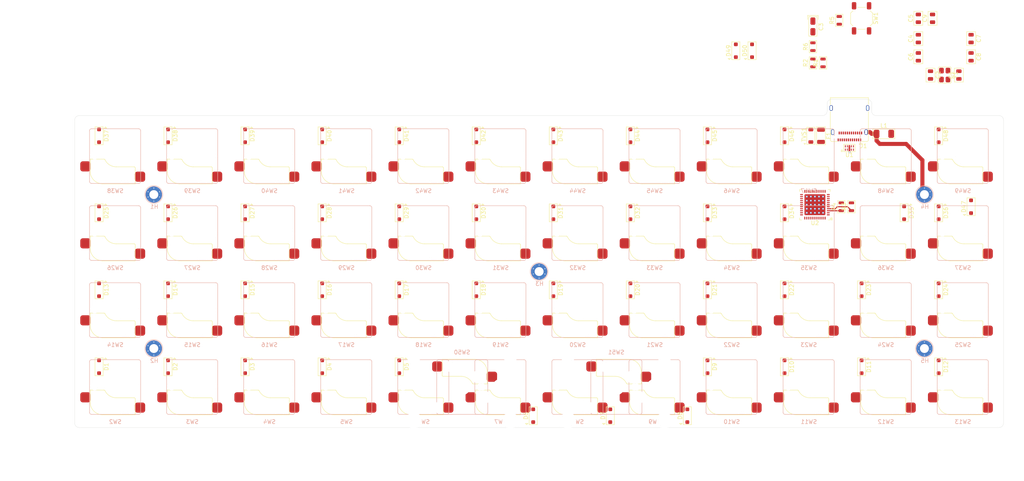
<source format=kicad_pcb>
(kicad_pcb (version 20171130) (host pcbnew "(5.1.4)-1")
  (layers (0 F.Cu signal) (31 B.Cu signal) (34 B.Paste user) (35 F.Paste user) (36 B.SilkS user hide) (37 F.SilkS user) (38 B.Mask user) (39 F.Mask user) (44 Edge.Cuts user))
  (net 0 "")
  (net 1 VCC)
  (net 2 GND)
  (net 3 "Net-(D1-PadA)")
  (net 4 /KeyMatrix/ROW0)
  (net 5 "Net-(D2-PadA)")
  (net 6 /KeyMatrix/ROW1)
  (net 7 "Net-(D3-PadA)")
  (net 8 /KeyMatrix/ROW2)
  (net 9 /KeyMatrix/ROW3)
  (net 10 "Net-(D4-PadA)")
  (net 11 /KeyMatrix/ROW4)
  (net 12 "Net-(D5-PadA)")
  (net 13 /KeyMatrix/ROW5)
  (net 14 "Net-(D6-PadA)")
  (net 15 /KeyMatrix/ROW6)
  (net 16 "Net-(D7-PadA)")
  (net 17 "Net-(D8-PadA)")
  (net 18 "Net-(D9-PadA)")
  (net 19 "Net-(D10-PadA)")
  (net 20 "Net-(D11-PadA)")
  (net 21 "Net-(D12-PadA)")
  (net 22 "Net-(D13-PadA)")
  (net 23 "Net-(D14-PadA)")
  (net 24 "Net-(D15-PadA)")
  (net 25 "Net-(D16-PadA)")
  (net 26 "Net-(D17-PadA)")
  (net 27 "Net-(D18-PadA)")
  (net 28 "Net-(D19-PadA)")
  (net 29 "Net-(D20-PadA)")
  (net 30 "Net-(D21-PadA)")
  (net 31 "Net-(D22-PadA)")
  (net 32 "Net-(D23-PadA)")
  (net 33 "Net-(D24-PadA)")
  (net 34 "Net-(D25-PadA)")
  (net 35 "Net-(D26-PadA)")
  (net 36 "Net-(D27-PadA)")
  (net 37 "Net-(D28-PadA)")
  (net 38 "Net-(D29-PadA)")
  (net 39 "Net-(D30-PadA)")
  (net 40 "Net-(D31-PadA)")
  (net 41 "Net-(D32-PadA)")
  (net 42 "Net-(D33-PadA)")
  (net 43 "Net-(D34-PadA)")
  (net 44 "Net-(D35-PadA)")
  (net 45 "Net-(D36-PadA)")
  (net 46 "Net-(D37-PadA)")
  (net 47 "Net-(D38-PadA)")
  (net 48 "Net-(D39-PadA)")
  (net 49 "Net-(D40-PadA)")
  (net 50 "Net-(D41-PadA)")
  (net 51 "Net-(D42-PadA)")
  (net 52 "Net-(D43-PadA)")
  (net 53 "Net-(D44-PadA)")
  (net 54 "Net-(D45-PadA)")
  (net 55 "Net-(D46-PadA)")
  (net 56 "Net-(D47-PadA)")
  (net 57 "Net-(D48-PadA)")
  (net 58 "Net-(D49-PadA)")
  (net 59 "Net-(D50-PadA)")
  (net 60 VBUS)
  (net 61 GNDPWR)
  (net 62 "Net-(J1-PadA5)")
  (net 63 DA+)
  (net 64 DA-)
  (net 65 "Net-(J1-PadA8)")
  (net 66 "Net-(J1-PadB8)")
  (net 67 "Net-(J1-PadB5)")
  (net 68 "Net-(R5-Pad1)")
  (net 69 "Net-(R6-Pad2)")
  (net 70 /KeyMatrix/COL0)
  (net 71 /KeyMatrix/COL1)
  (net 72 /KeyMatrix/COL2)
  (net 73 /KeyMatrix/COL3)
  (net 74 /KeyMatrix/COL4)
  (net 75 /KeyMatrix/COL5)
  (net 76 /KeyMatrix/COL6)
  (net 77 /KeyMatrix/COL7)
  (net 78 "Net-(U2-Pad1)")
  (net 79 "Net-(C4-Pad1)")
  (net 80 "Net-(U2-Pad8)")
  (net 81 "Net-(U2-Pad9)")
  (net 82 "Net-(U2-Pad10)")
  (net 83 "Net-(U2-Pad11)")
  (net 84 "Net-(U2-Pad12)")
  (net 85 "Net-(C2-Pad1)")
  (net 86 "Net-(C1-Pad1)")
  (net 87 "Net-(U2-Pad18)")
  (net 88 "Net-(U2-Pad19)")
  (net 89 "Net-(U2-Pad20)")
  (net 90 "Net-(U2-Pad21)")
  (net 91 "Net-(U2-Pad22)")
  (net 92 "Net-(U2-Pad25)")
  (net 93 "Net-(U2-Pad26)")
  (net 94 "Net-(U2-Pad27)")
  (net 95 "Net-(U2-Pad28)")
  (net 96 "Net-(U2-Pad29)")
  (net 97 "Net-(U2-Pad30)")
  (net 98 "Net-(U2-Pad31)")
  (net 99 "Net-(U2-Pad32)")
  (net 100 "Net-(U2-Pad36)")
  (net 101 "Net-(U2-Pad37)")
  (net 102 "Net-(U2-Pad38)")
  (net 103 "Net-(U2-Pad39)")
  (net 104 "Net-(U2-Pad40)")
  (net 105 "Net-(U2-Pad41)")
  (net 106 "Net-(U2-Pad42)")
  (net 107 /D+)
  (net 108 /D-)
  (module ortho-40percent:USB-C_Amphenol_12401598E4 (layer F.Cu) (at 230.96 163.92 180)
    (fp_text reference J1 (at -3.5 -6.5 180) (layer F.SilkS))
    (fp_text value USB-C_Receptacle-24)
    (pad Sh thru_hole oval (at 4.49 2.86 180) (size 0.8 1.4) (drill oval 0.5 1.1) (layers *.Cu *.Mask))
    (pad Sh thru_hole oval (at -4.49 2.86 180) (size 0.8 1.4) (drill oval 0.5 1.1) (layers *.Cu *.Mask))
    (pad Sh thru_hole oval (at 4.13 -3.09 180) (size 0.8 1.4) (drill oval 0.5 1.1) (layers *.Cu *.Mask))
    (pad S thru_hole oval (at -4.13 -3.09 180) (size 0.8 1.4) (drill oval 0.5 1.1) (layers *.Cu *.Mask) (net 61 GNDPWR))
    (pad "" np_thru_hole oval (at 3.6 -4.34 180) (size 0.95 0.65) (drill oval 0.95 0.65) (layers *.Cu *.Mask))
    (pad "" np_thru_hole circle (at -3.6 -4.34 180) (size 0.65 0.65) (drill 0.65) (layers *.Cu *.Mask))
    (pad B1 smd roundrect (at 2.5 -3.3 180) (size 0.3 0.7) (layers F.Cu F.Paste F.Mask) (net 2 GND))
    (pad B2 smd roundrect (at 2 -3.3 180) (size 0.3 0.7) (layers F.Cu F.Paste F.Mask))
    (pad B3 smd roundrect (at 1.5 -3.3 180) (size 0.3 0.7) (layers F.Cu F.Paste F.Mask))
    (pad B4 smd roundrect (at 1 -3.3 180) (size 0.3 0.7) (layers F.Cu F.Paste F.Mask) (net 60 VBUS))
    (pad B5 smd roundrect (at 0.5 -3.3 180) (size 0.3 0.7) (layers F.Cu F.Paste F.Mask) (net 67 "Net-(J1-PadB5)"))
    (pad B6 smd roundrect (at 0 -3.3 180) (size 0.3 0.7) (layers F.Cu F.Paste F.Mask) (net 63 DA+))
    (pad B7 smd roundrect (at -0.5 -3.3 180) (size 0.3 0.7) (layers F.Cu F.Paste F.Mask) (net 64 DA-))
    (pad B8 smd roundrect (at -1 -3.3 180) (size 0.3 0.7) (layers F.Cu F.Paste F.Mask) (net 66 "Net-(J1-PadB8)"))
    (pad B9 smd roundrect (at -1.5 -3.3 180) (size 0.3 0.7) (layers F.Cu F.Paste F.Mask))
    (pad B10 smd roundrect (at -2 -3.3 180) (size 0.3 0.7) (layers F.Cu F.Paste F.Mask))
    (pad B11 smd roundrect (at -2.5 -3.3 180) (size 0.3 0.7) (layers F.Cu F.Paste F.Mask))
    (pad B12 smd roundrect (at -3 -3.3 180) (size 0.3 0.7) (layers F.Cu F.Paste F.Mask))
    (pad A12 smd roundrect (at 2.75 -5 180) (size 0.3 0.7) (layers F.Cu F.Paste F.Mask))
    (pad A11 smd roundrect (at 2.25 -5 180) (size 0.3 0.7) (layers F.Cu F.Paste F.Mask))
    (pad A10 smd roundrect (at 1.75 -5 180) (size 0.3 0.7) (layers F.Cu F.Paste F.Mask))
    (pad A9 smd roundrect (at 1.25 -5 180) (size 0.3 0.7) (layers F.Cu F.Paste F.Mask))
    (pad A8 smd roundrect (at 0.75 -5 180) (size 0.3 0.7) (layers F.Cu F.Paste F.Mask) (net 65 "Net-(J1-PadA8)"))
    (pad A7 smd roundrect (at 0.25 -5 180) (size 0.3 0.7) (layers F.Cu F.Paste F.Mask) (net 64 DA-))
    (pad A6 smd roundrect (at -0.25 -5 180) (size 0.3 0.7) (layers F.Cu F.Paste F.Mask) (net 63 DA+))
    (pad A5 smd roundrect (at -0.75 -5 180) (size 0.3 0.7) (layers F.Cu F.Paste F.Mask) (net 62 "Net-(J1-PadA5)"))
    (pad A4 smd roundrect (at -1.25 -5 180) (size 0.3 0.7) (layers F.Cu F.Paste F.Mask) (net 60 VBUS))
    (pad A3 smd roundrect (at -1.75 -5 180) (size 0.3 0.7) (layers F.Cu F.Paste F.Mask))
    (pad A2 smd roundrect (at -2.25 -5 180) (size 0.3 0.7) (layers F.Cu F.Paste F.Mask))
    (pad A1 smd roundrect (at -2.75 -5 180) (size 0.3 0.7) (layers F.Cu F.Paste F.Mask) (net 2 GND))
  )
  (module ortho-40percent:SW_C+K_4-SMD-Gullwing_5.2x5.2mm_H1.6mm (layer F.Cu) (at 233.96 138.92 180)
    (fp_text reference SW1 (at -3.5 0 90) (layer F.SilkS))
    (fp_text value SW_NO_4-Pin)
    (pad 4 smd roundrect (at 1.85 -3.1 180) (size 1.1 1.8) (layers F.Cu F.Paste F.Mask) (net 68 "Net-(R5-Pad1)"))
    (pad 3 smd roundrect (at 1.85 3.1 180) (size 1.1 1.8) (layers F.Cu F.Paste F.Mask) (net 68 "Net-(R5-Pad1)"))
    (pad 2 smd roundrect (at -1.85 3.1 180) (size 1.1 1.8) (layers F.Cu F.Paste F.Mask) (net 2 GND))
    (pad 1 smd roundrect (at -1.85 -3.1 180) (size 1.1 1.8) (layers F.Cu F.Paste F.Mask) (net 2 GND))
  )
  (module ortho-40percent:CP_TANTALUM_1206 (layer F.Cu) (at 221.96 140.92 270)
    (fp_text reference C3 (at 0.1 -2 90) (layer F.SilkS))
    (fp_text value CP_tantalum)
    (pad 2 smd roundrect (at 1.31 0 270) (size 1.8 1.23) (layers F.Cu F.Paste F.Mask) (net 2 GND))
    (pad 1 smd roundrect (at -1.31 0 270) (size 1.8 1.23) (layers F.Cu F.Paste F.Mask) (net 1 VCC))
  )
  (module ortho-40percent:SOD-123 (layer F.Cu) (at 45.96 224.92 270)
    (fp_text reference D1 (at 0 -1.8 90) (layer F.SilkS))
    (fp_text value D)
    (pad A smd roundrect (at 1.575 0 270) (size 0.9 0.95) (layers F.Cu F.Paste F.Mask) (net 3 "Net-(D1-PadA)"))
    (pad K smd roundrect (at -1.575 0 270) (size 0.9 0.95) (layers F.Cu F.Paste F.Mask) (net 4 /KeyMatrix/ROW0))
  )
  (module ortho-40percent:SOD-123 (layer F.Cu) (at 62.96 224.92 270)
    (fp_text reference D2 (at 0 -1.8 90) (layer F.SilkS))
    (fp_text value D)
    (pad A smd roundrect (at 1.575 0 270) (size 0.9 0.95) (layers F.Cu F.Paste F.Mask) (net 5 "Net-(D2-PadA)"))
    (pad K smd roundrect (at -1.575 0 270) (size 0.9 0.95) (layers F.Cu F.Paste F.Mask) (net 6 /KeyMatrix/ROW1))
  )
  (module ortho-40percent:SOD-123 (layer F.Cu) (at 81.96 224.92 270)
    (fp_text reference D3 (at 0 -1.8 90) (layer F.SilkS))
    (fp_text value D)
    (pad A smd roundrect (at 1.575 0 270) (size 0.9 0.95) (layers F.Cu F.Paste F.Mask) (net 7 "Net-(D3-PadA)"))
    (pad K smd roundrect (at -1.575 0 270) (size 0.9 0.95) (layers F.Cu F.Paste F.Mask) (net 8 /KeyMatrix/ROW2))
  )
  (module ortho-40percent:SOD-123 (layer F.Cu) (at 100.96 224.92 270)
    (fp_text reference D4 (at 0 -1.8 90) (layer F.SilkS))
    (fp_text value D)
    (pad A smd roundrect (at 1.575 0 270) (size 0.9 0.95) (layers F.Cu F.Paste F.Mask) (net 10 "Net-(D4-PadA)"))
    (pad K smd roundrect (at -1.575 0 270) (size 0.9 0.95) (layers F.Cu F.Paste F.Mask) (net 9 /KeyMatrix/ROW3))
  )
  (module ortho-40percent:SOD-123 (layer F.Cu) (at 119.96 224.92 270)
    (fp_text reference D5 (at 0 -1.8 90) (layer F.SilkS))
    (fp_text value D)
    (pad A smd roundrect (at 1.575 0 270) (size 0.9 0.95) (layers F.Cu F.Paste F.Mask) (net 12 "Net-(D5-PadA)"))
    (pad K smd roundrect (at -1.575 0 270) (size 0.9 0.95) (layers F.Cu F.Paste F.Mask) (net 11 /KeyMatrix/ROW4))
  )
  (module ortho-40percent:SOD-123 (layer F.Cu) (at 153 237 90)
    (fp_text reference D6 (at 0 -1.8 90) (layer F.SilkS))
    (fp_text value D)
    (pad A smd roundrect (at 1.575 0 90) (size 0.9 0.95) (layers F.Cu F.Paste F.Mask) (net 14 "Net-(D6-PadA)"))
    (pad K smd roundrect (at -1.575 0 90) (size 0.9 0.95) (layers F.Cu F.Paste F.Mask) (net 13 /KeyMatrix/ROW5))
  )
  (module ortho-40percent:SOD-123 (layer F.Cu) (at 172 237 90)
    (fp_text reference D7 (at 0 -1.8 90) (layer F.SilkS))
    (fp_text value D)
    (pad A smd roundrect (at 1.575 0 90) (size 0.9 0.95) (layers F.Cu F.Paste F.Mask) (net 16 "Net-(D7-PadA)"))
    (pad K smd roundrect (at -1.575 0 90) (size 0.9 0.95) (layers F.Cu F.Paste F.Mask) (net 15 /KeyMatrix/ROW6))
  )
  (module ortho-40percent:SOD-123 (layer F.Cu) (at 191 237 90)
    (fp_text reference D8 (at 0 -1.8 90) (layer F.SilkS))
    (fp_text value D)
    (pad A smd roundrect (at 1.575 0 90) (size 0.9 0.95) (layers F.Cu F.Paste F.Mask) (net 17 "Net-(D8-PadA)"))
    (pad K smd roundrect (at -1.575 0 90) (size 0.9 0.95) (layers F.Cu F.Paste F.Mask) (net 4 /KeyMatrix/ROW0))
  )
  (module ortho-40percent:SOD-123 (layer F.Cu) (at 195.96 224.92 270)
    (fp_text reference D9 (at 0 -1.8 90) (layer F.SilkS))
    (fp_text value D)
    (pad A smd roundrect (at 1.575 0 270) (size 0.9 0.95) (layers F.Cu F.Paste F.Mask) (net 18 "Net-(D9-PadA)"))
    (pad K smd roundrect (at -1.575 0 270) (size 0.9 0.95) (layers F.Cu F.Paste F.Mask) (net 6 /KeyMatrix/ROW1))
  )
  (module ortho-40percent:SOD-123 (layer F.Cu) (at 214.96 224.92 270)
    (fp_text reference D10 (at 0 -1.8 90) (layer F.SilkS))
    (fp_text value D)
    (pad A smd roundrect (at 1.575 0 270) (size 0.9 0.95) (layers F.Cu F.Paste F.Mask) (net 19 "Net-(D10-PadA)"))
    (pad K smd roundrect (at -1.575 0 270) (size 0.9 0.95) (layers F.Cu F.Paste F.Mask) (net 8 /KeyMatrix/ROW2))
  )
  (module ortho-40percent:SOD-123 (layer F.Cu) (at 233.96 224.92 270)
    (fp_text reference D11 (at 0 -1.8 90) (layer F.SilkS))
    (fp_text value D)
    (pad A smd roundrect (at 1.575 0 270) (size 0.9 0.95) (layers F.Cu F.Paste F.Mask) (net 20 "Net-(D11-PadA)"))
    (pad K smd roundrect (at -1.575 0 270) (size 0.9 0.95) (layers F.Cu F.Paste F.Mask) (net 9 /KeyMatrix/ROW3))
  )
  (module ortho-40percent:SOD-123 (layer F.Cu) (at 252.96 224.92 270)
    (fp_text reference D12 (at 0 -1.8 90) (layer F.SilkS))
    (fp_text value D)
    (pad A smd roundrect (at 1.575 0 270) (size 0.9 0.95) (layers F.Cu F.Paste F.Mask) (net 21 "Net-(D12-PadA)"))
    (pad K smd roundrect (at -1.575 0 270) (size 0.9 0.95) (layers F.Cu F.Paste F.Mask) (net 11 /KeyMatrix/ROW4))
  )
  (module ortho-40percent:SOD-123 (layer F.Cu) (at 45.96 205.92 270)
    (fp_text reference D13 (at 0 -1.8 90) (layer F.SilkS))
    (fp_text value D)
    (pad A smd roundrect (at 1.575 0 270) (size 0.9 0.95) (layers F.Cu F.Paste F.Mask) (net 22 "Net-(D13-PadA)"))
    (pad K smd roundrect (at -1.575 0 270) (size 0.9 0.95) (layers F.Cu F.Paste F.Mask) (net 13 /KeyMatrix/ROW5))
  )
  (module ortho-40percent:SOD-123 (layer F.Cu) (at 62.96 205.92 270)
    (fp_text reference D14 (at 0 -1.8 90) (layer F.SilkS))
    (fp_text value D)
    (pad A smd roundrect (at 1.575 0 270) (size 0.9 0.95) (layers F.Cu F.Paste F.Mask) (net 23 "Net-(D14-PadA)"))
    (pad K smd roundrect (at -1.575 0 270) (size 0.9 0.95) (layers F.Cu F.Paste F.Mask) (net 15 /KeyMatrix/ROW6))
  )
  (module ortho-40percent:SOD-123 (layer F.Cu) (at 81.96 205.92 270)
    (fp_text reference D15 (at 0 -1.8 90) (layer F.SilkS))
    (fp_text value D)
    (pad A smd roundrect (at 1.575 0 270) (size 0.9 0.95) (layers F.Cu F.Paste F.Mask) (net 24 "Net-(D15-PadA)"))
    (pad K smd roundrect (at -1.575 0 270) (size 0.9 0.95) (layers F.Cu F.Paste F.Mask) (net 4 /KeyMatrix/ROW0))
  )
  (module ortho-40percent:SOD-123 (layer F.Cu) (at 100.96 205.92 270)
    (fp_text reference D16 (at 0 -1.8 90) (layer F.SilkS))
    (fp_text value D)
    (pad A smd roundrect (at 1.575 0 270) (size 0.9 0.95) (layers F.Cu F.Paste F.Mask) (net 25 "Net-(D16-PadA)"))
    (pad K smd roundrect (at -1.575 0 270) (size 0.9 0.95) (layers F.Cu F.Paste F.Mask) (net 6 /KeyMatrix/ROW1))
  )
  (module ortho-40percent:SOD-123 (layer F.Cu) (at 119.96 205.92 270)
    (fp_text reference D17 (at 0 -1.8 90) (layer F.SilkS))
    (fp_text value D)
    (pad A smd roundrect (at 1.575 0 270) (size 0.9 0.95) (layers F.Cu F.Paste F.Mask) (net 26 "Net-(D17-PadA)"))
    (pad K smd roundrect (at -1.575 0 270) (size 0.9 0.95) (layers F.Cu F.Paste F.Mask) (net 8 /KeyMatrix/ROW2))
  )
  (module ortho-40percent:SOD-123 (layer F.Cu) (at 138.96 205.92 270)
    (fp_text reference D18 (at 0 -1.8 90) (layer F.SilkS))
    (fp_text value D)
    (pad A smd roundrect (at 1.575 0 270) (size 0.9 0.95) (layers F.Cu F.Paste F.Mask) (net 27 "Net-(D18-PadA)"))
    (pad K smd roundrect (at -1.575 0 270) (size 0.9 0.95) (layers F.Cu F.Paste F.Mask) (net 9 /KeyMatrix/ROW3))
  )
  (module ortho-40percent:SOD-123 (layer F.Cu) (at 157.96 205.92 270)
    (fp_text reference D19 (at 0 -1.8 90) (layer F.SilkS))
    (fp_text value D)
    (pad A smd roundrect (at 1.575 0 270) (size 0.9 0.95) (layers F.Cu F.Paste F.Mask) (net 28 "Net-(D19-PadA)"))
    (pad K smd roundrect (at -1.575 0 270) (size 0.9 0.95) (layers F.Cu F.Paste F.Mask) (net 11 /KeyMatrix/ROW4))
  )
  (module ortho-40percent:SOD-123 (layer F.Cu) (at 176.96 205.92 270)
    (fp_text reference D20 (at 0 -1.8 90) (layer F.SilkS))
    (fp_text value D)
    (pad A smd roundrect (at 1.575 0 270) (size 0.9 0.95) (layers F.Cu F.Paste F.Mask) (net 29 "Net-(D20-PadA)"))
    (pad K smd roundrect (at -1.575 0 270) (size 0.9 0.95) (layers F.Cu F.Paste F.Mask) (net 13 /KeyMatrix/ROW5))
  )
  (module ortho-40percent:SOD-123 (layer F.Cu) (at 195.96 205.92 270)
    (fp_text reference D21 (at 0 -1.8 90) (layer F.SilkS))
    (fp_text value D)
    (pad A smd roundrect (at 1.575 0 270) (size 0.9 0.95) (layers F.Cu F.Paste F.Mask) (net 30 "Net-(D21-PadA)"))
    (pad K smd roundrect (at -1.575 0 270) (size 0.9 0.95) (layers F.Cu F.Paste F.Mask) (net 15 /KeyMatrix/ROW6))
  )
  (module ortho-40percent:SOD-123 (layer F.Cu) (at 214.96 205.92 270)
    (fp_text reference D22 (at 0 -1.8 90) (layer F.SilkS))
    (fp_text value D)
    (pad A smd roundrect (at 1.575 0 270) (size 0.9 0.95) (layers F.Cu F.Paste F.Mask) (net 31 "Net-(D22-PadA)"))
    (pad K smd roundrect (at -1.575 0 270) (size 0.9 0.95) (layers F.Cu F.Paste F.Mask) (net 4 /KeyMatrix/ROW0))
  )
  (module ortho-40percent:SOD-123 (layer F.Cu) (at 233.96 205.92 270)
    (fp_text reference D23 (at 0 -1.8 90) (layer F.SilkS))
    (fp_text value D)
    (pad A smd roundrect (at 1.575 0 270) (size 0.9 0.95) (layers F.Cu F.Paste F.Mask) (net 32 "Net-(D23-PadA)"))
    (pad K smd roundrect (at -1.575 0 270) (size 0.9 0.95) (layers F.Cu F.Paste F.Mask) (net 6 /KeyMatrix/ROW1))
  )
  (module ortho-40percent:SOD-123 (layer F.Cu) (at 252.96 205.92 270)
    (fp_text reference D24 (at 0 -1.8 90) (layer F.SilkS))
    (fp_text value D)
    (pad A smd roundrect (at 1.575 0 270) (size 0.9 0.95) (layers F.Cu F.Paste F.Mask) (net 33 "Net-(D24-PadA)"))
    (pad K smd roundrect (at -1.575 0 270) (size 0.9 0.95) (layers F.Cu F.Paste F.Mask) (net 8 /KeyMatrix/ROW2))
  )
  (module ortho-40percent:SOD-123 (layer F.Cu) (at 45.96 186.92 270)
    (fp_text reference D25 (at 0 -1.8 90) (layer F.SilkS))
    (fp_text value D)
    (pad A smd roundrect (at 1.575 0 270) (size 0.9 0.95) (layers F.Cu F.Paste F.Mask) (net 34 "Net-(D25-PadA)"))
    (pad K smd roundrect (at -1.575 0 270) (size 0.9 0.95) (layers F.Cu F.Paste F.Mask) (net 9 /KeyMatrix/ROW3))
  )
  (module ortho-40percent:SOD-123 (layer F.Cu) (at 62.96 186.92 270)
    (fp_text reference D26 (at 0 -1.8 90) (layer F.SilkS))
    (fp_text value D)
    (pad A smd roundrect (at 1.575 0 270) (size 0.9 0.95) (layers F.Cu F.Paste F.Mask) (net 35 "Net-(D26-PadA)"))
    (pad K smd roundrect (at -1.575 0 270) (size 0.9 0.95) (layers F.Cu F.Paste F.Mask) (net 11 /KeyMatrix/ROW4))
  )
  (module ortho-40percent:SOD-123 (layer F.Cu) (at 81.96 186.92 270)
    (fp_text reference D27 (at 0 -1.8 90) (layer F.SilkS))
    (fp_text value D)
    (pad A smd roundrect (at 1.575 0 270) (size 0.9 0.95) (layers F.Cu F.Paste F.Mask) (net 36 "Net-(D27-PadA)"))
    (pad K smd roundrect (at -1.575 0 270) (size 0.9 0.95) (layers F.Cu F.Paste F.Mask) (net 13 /KeyMatrix/ROW5))
  )
  (module ortho-40percent:SOD-123 (layer F.Cu) (at 100.96 186.92 270)
    (fp_text reference D28 (at 0 -1.8 90) (layer F.SilkS))
    (fp_text value D)
    (pad A smd roundrect (at 1.575 0 270) (size 0.9 0.95) (layers F.Cu F.Paste F.Mask) (net 37 "Net-(D28-PadA)"))
    (pad K smd roundrect (at -1.575 0 270) (size 0.9 0.95) (layers F.Cu F.Paste F.Mask) (net 15 /KeyMatrix/ROW6))
  )
  (module ortho-40percent:SOD-123 (layer F.Cu) (at 119.96 186.92 270)
    (fp_text reference D29 (at 0 -1.8 90) (layer F.SilkS))
    (fp_text value D)
    (pad A smd roundrect (at 1.575 0 270) (size 0.9 0.95) (layers F.Cu F.Paste F.Mask) (net 38 "Net-(D29-PadA)"))
    (pad K smd roundrect (at -1.575 0 270) (size 0.9 0.95) (layers F.Cu F.Paste F.Mask) (net 4 /KeyMatrix/ROW0))
  )
  (module ortho-40percent:SOD-123 (layer F.Cu) (at 138.96 186.92 270)
    (fp_text reference D30 (at 0 -1.8 90) (layer F.SilkS))
    (fp_text value D)
    (pad A smd roundrect (at 1.575 0 270) (size 0.9 0.95) (layers F.Cu F.Paste F.Mask) (net 39 "Net-(D30-PadA)"))
    (pad K smd roundrect (at -1.575 0 270) (size 0.9 0.95) (layers F.Cu F.Paste F.Mask) (net 6 /KeyMatrix/ROW1))
  )
  (module ortho-40percent:SOD-123 (layer F.Cu) (at 157.96 186.92 270)
    (fp_text reference D31 (at 0 -1.8 90) (layer F.SilkS))
    (fp_text value D)
    (pad A smd roundrect (at 1.575 0 270) (size 0.9 0.95) (layers F.Cu F.Paste F.Mask) (net 40 "Net-(D31-PadA)"))
    (pad K smd roundrect (at -1.575 0 270) (size 0.9 0.95) (layers F.Cu F.Paste F.Mask) (net 8 /KeyMatrix/ROW2))
  )
  (module ortho-40percent:SOD-123 (layer F.Cu) (at 176.96 186.92 270)
    (fp_text reference D32 (at 0 -1.8 90) (layer F.SilkS))
    (fp_text value D)
    (pad A smd roundrect (at 1.575 0 270) (size 0.9 0.95) (layers F.Cu F.Paste F.Mask) (net 41 "Net-(D32-PadA)"))
    (pad K smd roundrect (at -1.575 0 270) (size 0.9 0.95) (layers F.Cu F.Paste F.Mask) (net 9 /KeyMatrix/ROW3))
  )
  (module ortho-40percent:SOD-123 (layer F.Cu) (at 195.96 186.92 270)
    (fp_text reference D33 (at 0 -1.8 90) (layer F.SilkS))
    (fp_text value D)
    (pad A smd roundrect (at 1.575 0 270) (size 0.9 0.95) (layers F.Cu F.Paste F.Mask) (net 42 "Net-(D33-PadA)"))
    (pad K smd roundrect (at -1.575 0 270) (size 0.9 0.95) (layers F.Cu F.Paste F.Mask) (net 11 /KeyMatrix/ROW4))
  )
  (module ortho-40percent:SOD-123 (layer F.Cu) (at 214.96 186.92 270)
    (fp_text reference D34 (at 0 -1.8 90) (layer F.SilkS))
    (fp_text value D)
    (pad A smd roundrect (at 1.575 0 270) (size 0.9 0.95) (layers F.Cu F.Paste F.Mask) (net 43 "Net-(D34-PadA)"))
    (pad K smd roundrect (at -1.575 0 270) (size 0.9 0.95) (layers F.Cu F.Paste F.Mask) (net 13 /KeyMatrix/ROW5))
  )
  (module ortho-40percent:SOD-123 (layer F.Cu) (at 244.46 186.92 270)
    (fp_text reference D35 (at 0 -1.8 90) (layer F.SilkS))
    (fp_text value D)
    (pad A smd roundrect (at 1.575 0 270) (size 0.9 0.95) (layers F.Cu F.Paste F.Mask) (net 44 "Net-(D35-PadA)"))
    (pad K smd roundrect (at -1.575 0 270) (size 0.9 0.95) (layers F.Cu F.Paste F.Mask) (net 4 /KeyMatrix/ROW0))
  )
  (module ortho-40percent:SOD-123 (layer F.Cu) (at 252.96 186.92 270)
    (fp_text reference D36 (at 0 -1.8 90) (layer F.SilkS))
    (fp_text value D)
    (pad A smd roundrect (at 1.575 0 270) (size 0.9 0.95) (layers F.Cu F.Paste F.Mask) (net 45 "Net-(D36-PadA)"))
    (pad K smd roundrect (at -1.575 0 270) (size 0.9 0.95) (layers F.Cu F.Paste F.Mask) (net 6 /KeyMatrix/ROW1))
  )
  (module ortho-40percent:SOD-123 (layer F.Cu) (at 45.96 167.92 270)
    (fp_text reference D37 (at 0 -1.8 90) (layer F.SilkS))
    (fp_text value D)
    (pad A smd roundrect (at 1.575 0 270) (size 0.9 0.95) (layers F.Cu F.Paste F.Mask) (net 46 "Net-(D37-PadA)"))
    (pad K smd roundrect (at -1.575 0 270) (size 0.9 0.95) (layers F.Cu F.Paste F.Mask) (net 8 /KeyMatrix/ROW2))
  )
  (module ortho-40percent:SOD-123 (layer F.Cu) (at 62.96 167.92 270)
    (fp_text reference D38 (at 0 -1.8 90) (layer F.SilkS))
    (fp_text value D)
    (pad A smd roundrect (at 1.575 0 270) (size 0.9 0.95) (layers F.Cu F.Paste F.Mask) (net 47 "Net-(D38-PadA)"))
    (pad K smd roundrect (at -1.575 0 270) (size 0.9 0.95) (layers F.Cu F.Paste F.Mask) (net 9 /KeyMatrix/ROW3))
  )
  (module ortho-40percent:SOD-123 (layer F.Cu) (at 81.96 167.92 270)
    (fp_text reference D39 (at 0 -1.8 90) (layer F.SilkS))
    (fp_text value D)
    (pad A smd roundrect (at 1.575 0 270) (size 0.9 0.95) (layers F.Cu F.Paste F.Mask) (net 48 "Net-(D39-PadA)"))
    (pad K smd roundrect (at -1.575 0 270) (size 0.9 0.95) (layers F.Cu F.Paste F.Mask) (net 11 /KeyMatrix/ROW4))
  )
  (module ortho-40percent:SOD-123 (layer F.Cu) (at 100.96 167.92 270)
    (fp_text reference D40 (at 0 -1.8 90) (layer F.SilkS))
    (fp_text value D)
    (pad A smd roundrect (at 1.575 0 270) (size 0.9 0.95) (layers F.Cu F.Paste F.Mask) (net 49 "Net-(D40-PadA)"))
    (pad K smd roundrect (at -1.575 0 270) (size 0.9 0.95) (layers F.Cu F.Paste F.Mask) (net 13 /KeyMatrix/ROW5))
  )
  (module ortho-40percent:SOD-123 (layer F.Cu) (at 119.96 167.92 270)
    (fp_text reference D41 (at 0 -1.8 90) (layer F.SilkS))
    (fp_text value D)
    (pad A smd roundrect (at 1.575 0 270) (size 0.9 0.95) (layers F.Cu F.Paste F.Mask) (net 50 "Net-(D41-PadA)"))
    (pad K smd roundrect (at -1.575 0 270) (size 0.9 0.95) (layers F.Cu F.Paste F.Mask) (net 4 /KeyMatrix/ROW0))
  )
  (module ortho-40percent:SOD-123 (layer F.Cu) (at 138.96 167.92 270)
    (fp_text reference D42 (at 0 -1.8 90) (layer F.SilkS))
    (fp_text value D)
    (pad A smd roundrect (at 1.575 0 270) (size 0.9 0.95) (layers F.Cu F.Paste F.Mask) (net 51 "Net-(D42-PadA)"))
    (pad K smd roundrect (at -1.575 0 270) (size 0.9 0.95) (layers F.Cu F.Paste F.Mask) (net 6 /KeyMatrix/ROW1))
  )
  (module ortho-40percent:SOD-123 (layer F.Cu) (at 157.96 167.92 270)
    (fp_text reference D43 (at 0 -1.8 90) (layer F.SilkS))
    (fp_text value D)
    (pad A smd roundrect (at 1.575 0 270) (size 0.9 0.95) (layers F.Cu F.Paste F.Mask) (net 52 "Net-(D43-PadA)"))
    (pad K smd roundrect (at -1.575 0 270) (size 0.9 0.95) (layers F.Cu F.Paste F.Mask) (net 8 /KeyMatrix/ROW2))
  )
  (module ortho-40percent:SOD-123 (layer F.Cu) (at 176.96 167.92 270)
    (fp_text reference D44 (at 0 -1.8 90) (layer F.SilkS))
    (fp_text value D)
    (pad A smd roundrect (at 1.575 0 270) (size 0.9 0.95) (layers F.Cu F.Paste F.Mask) (net 53 "Net-(D44-PadA)"))
    (pad K smd roundrect (at -1.575 0 270) (size 0.9 0.95) (layers F.Cu F.Paste F.Mask) (net 9 /KeyMatrix/ROW3))
  )
  (module ortho-40percent:SOD-123 (layer F.Cu) (at 195.96 167.92 270)
    (fp_text reference D45 (at 0 -1.8 90) (layer F.SilkS))
    (fp_text value D)
    (pad A smd roundrect (at 1.575 0 270) (size 0.9 0.95) (layers F.Cu F.Paste F.Mask) (net 54 "Net-(D45-PadA)"))
    (pad K smd roundrect (at -1.575 0 270) (size 0.9 0.95) (layers F.Cu F.Paste F.Mask) (net 11 /KeyMatrix/ROW4))
  )
  (module ortho-40percent:SOD-123 (layer F.Cu) (at 214.96 167.92 270)
    (fp_text reference D46 (at 0 -1.8 90) (layer F.SilkS))
    (fp_text value D)
    (pad A smd roundrect (at 1.575 0 270) (size 0.9 0.95) (layers F.Cu F.Paste F.Mask) (net 55 "Net-(D46-PadA)"))
    (pad K smd roundrect (at -1.575 0 270) (size 0.9 0.95) (layers F.Cu F.Paste F.Mask) (net 13 /KeyMatrix/ROW5))
  )
  (module ortho-40percent:SOD-123 (layer F.Cu) (at 260.96 185.42 90)
    (fp_text reference D47 (at 0 -1.8 90) (layer F.SilkS))
    (fp_text value D)
    (pad A smd roundrect (at 1.575 0 90) (size 0.9 0.95) (layers F.Cu F.Paste F.Mask) (net 56 "Net-(D47-PadA)"))
    (pad K smd roundrect (at -1.575 0 90) (size 0.9 0.95) (layers F.Cu F.Paste F.Mask) (net 4 /KeyMatrix/ROW0))
  )
  (module ortho-40percent:SOD-123 (layer F.Cu) (at 252.96 167.92 270)
    (fp_text reference D48 (at 0 -1.8 90) (layer F.SilkS))
    (fp_text value D)
    (pad A smd roundrect (at 1.575 0 270) (size 0.9 0.95) (layers F.Cu F.Paste F.Mask) (net 57 "Net-(D48-PadA)"))
    (pad K smd roundrect (at -1.575 0 270) (size 0.9 0.95) (layers F.Cu F.Paste F.Mask) (net 6 /KeyMatrix/ROW1))
  )
  (module ortho-40percent:SOD-123 (layer F.Cu) (at 202.96 146.92 90)
    (fp_text reference D49 (at 0 -1.8 90) (layer F.SilkS))
    (fp_text value D)
    (pad A smd roundrect (at 1.575 0 90) (size 0.9 0.95) (layers F.Cu F.Paste F.Mask) (net 58 "Net-(D49-PadA)"))
    (pad K smd roundrect (at -1.575 0 90) (size 0.9 0.95) (layers F.Cu F.Paste F.Mask) (net 8 /KeyMatrix/ROW2))
  )
  (module ortho-40percent:SOD-123 (layer F.Cu) (at 206.96 146.92 90)
    (fp_text reference D50 (at 0 -1.8 90) (layer F.SilkS))
    (fp_text value D)
    (pad A smd roundrect (at 1.575 0 90) (size 0.9 0.95) (layers F.Cu F.Paste F.Mask) (net 59 "Net-(D50-PadA)"))
    (pad K smd roundrect (at -1.575 0 90) (size 0.9 0.95) (layers F.Cu F.Paste F.Mask) (net 9 /KeyMatrix/ROW3))
  )
  (module ortho-40percent:F_1206 (layer F.Cu) (at 223.96 167.92 270)
    (fp_text reference F1 (at 0 -1.9 90) (layer F.SilkS))
    (fp_text value F)
    (pad 2 smd roundrect (at 1.5 0 270) (size 1 1.9) (layers F.Cu F.Paste F.Mask) (net 1 VCC))
    (pad 1 smd roundrect (at -1.5 0 270) (size 1 1.9) (layers F.Cu F.Paste F.Mask) (net 60 VBUS))
  )
  (module ortho-40percent:L_1206 (layer F.Cu) (at 239.46 167.42)
    (fp_text reference L1 (at 0 -2) (layer F.SilkS))
    (fp_text value L)
    (pad 2 smd roundrect (at 1.8 0) (size 1.4 2) (layers F.Cu F.Paste F.Mask) (net 2 GND))
    (pad 1 smd roundrect (at -1.8 0) (size 1.4 2) (layers F.Cu F.Paste F.Mask) (net 61 GNDPWR))
  )
  (module ortho-40percent:R_0805 (layer F.Cu) (at 224.46 149.92 90)
    (fp_text reference R1 (at 0 -1.8 90) (layer F.SilkS))
    (fp_text value R)
    (pad 2 smd roundrect (at 0.95 0 90) (size 0.7 1.3) (layers F.Cu F.Paste F.Mask) (net 62 "Net-(J1-PadA5)"))
    (pad 1 smd roundrect (at -0.95 0 90) (size 0.7 1.3) (layers F.Cu F.Paste F.Mask) (net 2 GND))
  )
  (module ortho-40percent:R_0805 (layer F.Cu) (at 221.96 149.92 90)
    (fp_text reference R2 (at 0 -1.8 90) (layer F.SilkS))
    (fp_text value R)
    (pad 2 smd roundrect (at 0.95 0 90) (size 0.7 1.3) (layers F.Cu F.Paste F.Mask) (net 67 "Net-(J1-PadB5)"))
    (pad 1 smd roundrect (at -0.95 0 90) (size 0.7 1.3) (layers F.Cu F.Paste F.Mask) (net 2 GND))
  )
  (module ortho-40percent:R_0805 (layer F.Cu) (at 231.46 185.42 90)
    (fp_text reference R3 (at 0 -1.8 90) (layer F.SilkS))
    (fp_text value R)
    (pad 2 smd roundrect (at 0.95 0 90) (size 0.7 1.3) (layers F.Cu F.Paste F.Mask) (net 63 DA+))
    (pad 1 smd roundrect (at -0.95 0 90) (size 0.7 1.3) (layers F.Cu F.Paste F.Mask) (net 107 /D+))
  )
  (module ortho-40percent:R_0805 (layer F.Cu) (at 228.96 185.42 90)
    (fp_text reference R4 (at 0 -1.8 90) (layer F.SilkS))
    (fp_text value R)
    (pad 2 smd roundrect (at 0.95 0 90) (size 0.7 1.3) (layers F.Cu F.Paste F.Mask) (net 64 DA-))
    (pad 1 smd roundrect (at -0.95 0 90) (size 0.7 1.3) (layers F.Cu F.Paste F.Mask) (net 108 /D-))
  )
  (module ortho-40percent:R_0805 (layer F.Cu) (at 228.46 139.42 90)
    (fp_text reference R5 (at 0 -1.8 90) (layer F.SilkS))
    (fp_text value R)
    (pad 2 smd roundrect (at 0.95 0 90) (size 0.7 1.3) (layers F.Cu F.Paste F.Mask) (net 1 VCC))
    (pad 1 smd roundrect (at -0.95 0 90) (size 0.7 1.3) (layers F.Cu F.Paste F.Mask) (net 68 "Net-(R5-Pad1)"))
  )
  (module ortho-40percent:R_0805 (layer F.Cu) (at 221.96 145.92 90)
    (fp_text reference R6 (at 0 -1.8 90) (layer F.SilkS))
    (fp_text value R)
    (pad 2 smd roundrect (at 0.95 0 90) (size 0.7 1.3) (layers F.Cu F.Paste F.Mask) (net 69 "Net-(R6-Pad2)"))
    (pad 1 smd roundrect (at -0.95 0 90) (size 0.7 1.3) (layers F.Cu F.Paste F.Mask) (net 2 GND))
  )
  (module ortho-40percent:UFDFN-10 (layer F.Cu) (at 230.96 170.92 90)
    (fp_text reference U1 (at -1.7 0) (layer F.SilkS))
    (fp_text value U_TPD4E05U06DQAR)
    (pad 10 smd roundrect (at 0.4175 -1 90) (size 0.565 0.2) (layers F.Cu F.Paste F.Mask) (net 63 DA+))
    (pad 9 smd roundrect (at 0.4175 -0.5 90) (size 0.565 0.2) (layers F.Cu F.Paste F.Mask) (net 64 DA-))
    (pad 8 smd roundrect (at 0.4175 0 90) (size 0.565 0.4) (layers F.Cu F.Paste F.Mask) (net 2 GND))
    (pad 7 smd roundrect (at 0.4175 0.5 90) (size 0.565 0.2) (layers F.Cu F.Paste F.Mask) (net 63 DA+))
    (pad 6 smd roundrect (at 0.4175 1 90) (size 0.565 0.2) (layers F.Cu F.Paste F.Mask) (net 64 DA-))
    (pad 5 smd roundrect (at -0.4175 1 90) (size 0.565 0.2) (layers F.Cu F.Paste F.Mask) (net 64 DA-))
    (pad 4 smd roundrect (at -0.4175 0.5 90) (size 0.565 0.2) (layers F.Cu F.Paste F.Mask) (net 63 DA+))
    (pad 3 smd roundrect (at -0.4175 0 90) (size 0.565 0.4) (layers F.Cu F.Paste F.Mask) (net 2 GND))
    (pad 2 smd roundrect (at -0.4 -0.5 90) (size 0.565 0.2) (layers F.Cu F.Paste F.Mask) (net 64 DA-))
    (pad 1 smd roundrect (at -0.4175 -1 90) (size 0.565 0.2) (layers F.Cu F.Paste F.Mask) (net 63 DA+))
  )
  (module ortho-40percent:XTAL_4-SMD_3.2x2.5mm (layer F.Cu) (at 254.46 152.92 180)
    (fp_text reference Y1 (at -2.7 0 90) (layer F.SilkS))
    (fp_text value XTAL_4Lead)
    (pad 4 smd roundrect (at 0.8 -1.1 180) (size 1.15 1.4) (layers F.Cu F.Paste F.Mask) (net 2 GND))
    (pad 3 smd roundrect (at 0.8 1.1 180) (size 1.15 1.4) (layers F.Cu F.Paste F.Mask) (net 85 "Net-(C2-Pad1)"))
    (pad 2 smd roundrect (at -0.8 1.1 180) (size 1.15 1.4) (layers F.Cu F.Paste F.Mask) (net 2 GND))
    (pad 1 smd roundrect (at -0.8 -1.1 180) (size 1.15 1.4) (layers F.Cu F.Paste F.Mask) (net 86 "Net-(C1-Pad1)"))
  )
  (module ortho-40percent:C_0805 (layer F.Cu) (at 257.96 152.92 90)
    (fp_text reference C1 (at 0 -1.9 90) (layer F.SilkS))
    (fp_text value C)
    (pad 2 smd roundrect (at 0.95 0 90) (size 0.9 1.3) (layers F.Cu F.Paste F.Mask) (net 2 GND))
    (pad 1 smd roundrect (at -0.95 0 90) (size 0.9 1.3) (layers F.Cu F.Paste F.Mask) (net 86 "Net-(C1-Pad1)"))
  )
  (module ortho-40percent:C_0805 (layer F.Cu) (at 250.96 152.92 270)
    (fp_text reference C2 (at 0 -1.9 90) (layer F.SilkS))
    (fp_text value C)
    (pad 2 smd roundrect (at 0.95 0 270) (size 0.9 1.3) (layers F.Cu F.Paste F.Mask) (net 2 GND))
    (pad 1 smd roundrect (at -0.95 0 270) (size 0.9 1.3) (layers F.Cu F.Paste F.Mask) (net 85 "Net-(C2-Pad1)"))
  )
  (module ortho-40percent:C_0805 (layer F.Cu) (at 247.96 143.92 90)
    (fp_text reference C4 (at 0 -1.9 90) (layer F.SilkS))
    (fp_text value C)
    (pad 2 smd roundrect (at 0.95 0 90) (size 0.9 1.3) (layers F.Cu F.Paste F.Mask) (net 2 GND))
    (pad 1 smd roundrect (at -0.95 0 90) (size 0.9 1.3) (layers F.Cu F.Paste F.Mask) (net 79 "Net-(C4-Pad1)"))
  )
  (module ortho-40percent:C_0805 (layer F.Cu) (at 247.96 138.92 90)
    (fp_text reference C5 (at 0 -1.9 90) (layer F.SilkS))
    (fp_text value C)
    (pad 2 smd roundrect (at 0.95 0 90) (size 0.9 1.3) (layers F.Cu F.Paste F.Mask) (net 2 GND))
    (pad 1 smd roundrect (at -0.95 0 90) (size 0.9 1.3) (layers F.Cu F.Paste F.Mask) (net 1 VCC))
  )
  (module ortho-40percent:C_0805 (layer F.Cu) (at 247.96 148.42 90)
    (fp_text reference C6 (at 0 -1.9 90) (layer F.SilkS))
    (fp_text value C)
    (pad 2 smd roundrect (at 0.95 0 90) (size 0.9 1.3) (layers F.Cu F.Paste F.Mask) (net 2 GND))
    (pad 1 smd roundrect (at -0.95 0 90) (size 0.9 1.3) (layers F.Cu F.Paste F.Mask) (net 1 VCC))
  )
  (module ortho-40percent:C_0805 (layer F.Cu) (at 260.96 143.92 270)
    (fp_text reference C7 (at 0 -1.9 90) (layer F.SilkS))
    (fp_text value C)
    (pad 2 smd roundrect (at 0.95 0 270) (size 0.9 1.3) (layers F.Cu F.Paste F.Mask) (net 2 GND))
    (pad 1 smd roundrect (at -0.95 0 270) (size 0.9 1.3) (layers F.Cu F.Paste F.Mask) (net 1 VCC))
  )
  (module ortho-40percent:C_0805 (layer F.Cu) (at 260.96 148.42 270)
    (fp_text reference C8 (at 0 -1.9 90) (layer F.SilkS))
    (fp_text value C)
    (pad 2 smd roundrect (at 0.95 0 270) (size 0.9 1.3) (layers F.Cu F.Paste F.Mask) (net 2 GND))
    (pad 1 smd roundrect (at -0.95 0 270) (size 0.9 1.3) (layers F.Cu F.Paste F.Mask) (net 1 VCC))
  )
  (module ortho-40percent:C_0805 (layer F.Cu) (at 251.46 138.92 90)
    (fp_text reference C9 (at 0 -1.9 90) (layer F.SilkS))
    (fp_text value C)
    (pad 2 smd roundrect (at 0.95 0 90) (size 0.9 1.3) (layers F.Cu F.Paste F.Mask) (net 2 GND))
    (pad 1 smd roundrect (at -0.95 0 90) (size 0.9 1.3) (layers F.Cu F.Paste F.Mask) (net 1 VCC))
  )
  (module ortho-40percent:H_Screw-M2_Countersunk (layer B.Cu) (at 59.46 182.42)
    (fp_text reference H1 (at 0.1 3) (layer B.SilkS) (effects (justify mirror)))
    (fp_text value H_MountingHole_Screw_withPin)
    (pad 1 thru_hole circle (at -1.4 0.6) (size 0.5 0.5) (drill 0.22) (layers *.Cu *.Mask) (net 2 GND))
    (pad 1 thru_hole circle (at 0 1.6) (size 0.5 0.5) (drill 0.22) (layers *.Cu *.Mask) (net 2 GND))
    (pad 1 thru_hole circle (at -1.4 -0.7) (size 0.5 0.5) (drill 0.22) (layers *.Cu *.Mask) (net 2 GND))
    (pad 1 thru_hole circle (at 1.4 -0.7) (size 0.5 0.5) (drill 0.22) (layers *.Cu *.Mask) (net 2 GND))
    (pad 1 thru_hole circle (at 0 -1.6) (size 0.5 0.5) (drill 0.22) (layers *.Cu *.Mask) (net 2 GND))
    (pad 1 thru_hole circle (at 1.4 0.6) (size 0.5 0.5) (drill 0.22) (layers *.Cu *.Mask) (net 2 GND))
    (pad 1 thru_hole circle (at 0 0) (size 4 4) (drill 2.2) (layers *.Cu *.Mask) (net 2 GND))
  )
  (module ortho-40percent:H_Screw-M2_Countersunk (layer B.Cu) (at 59.46 220.42)
    (fp_text reference H2 (at 0.1 3) (layer B.SilkS) (effects (justify mirror)))
    (fp_text value H_MountingHole_Screw_withPin)
    (pad 1 thru_hole circle (at -1.4 0.6) (size 0.5 0.5) (drill 0.22) (layers *.Cu *.Mask) (net 2 GND))
    (pad 1 thru_hole circle (at 0 1.6) (size 0.5 0.5) (drill 0.22) (layers *.Cu *.Mask) (net 2 GND))
    (pad 1 thru_hole circle (at -1.4 -0.7) (size 0.5 0.5) (drill 0.22) (layers *.Cu *.Mask) (net 2 GND))
    (pad 1 thru_hole circle (at 1.4 -0.7) (size 0.5 0.5) (drill 0.22) (layers *.Cu *.Mask) (net 2 GND))
    (pad 1 thru_hole circle (at 0 -1.6) (size 0.5 0.5) (drill 0.22) (layers *.Cu *.Mask) (net 2 GND))
    (pad 1 thru_hole circle (at 1.4 0.6) (size 0.5 0.5) (drill 0.22) (layers *.Cu *.Mask) (net 2 GND))
    (pad 1 thru_hole circle (at 0 0) (size 4 4) (drill 2.2) (layers *.Cu *.Mask) (net 2 GND))
  )
  (module ortho-40percent:H_Screw-M2_Countersunk (layer B.Cu) (at 154.46 201.42)
    (fp_text reference H3 (at 0.1 3) (layer B.SilkS) (effects (justify mirror)))
    (fp_text value H_MountingHole_Screw_withPin)
    (pad 1 thru_hole circle (at -1.4 0.6) (size 0.5 0.5) (drill 0.22) (layers *.Cu *.Mask) (net 2 GND))
    (pad 1 thru_hole circle (at 0 1.6) (size 0.5 0.5) (drill 0.22) (layers *.Cu *.Mask) (net 2 GND))
    (pad 1 thru_hole circle (at -1.4 -0.7) (size 0.5 0.5) (drill 0.22) (layers *.Cu *.Mask) (net 2 GND))
    (pad 1 thru_hole circle (at 1.4 -0.7) (size 0.5 0.5) (drill 0.22) (layers *.Cu *.Mask) (net 2 GND))
    (pad 1 thru_hole circle (at 0 -1.6) (size 0.5 0.5) (drill 0.22) (layers *.Cu *.Mask) (net 2 GND))
    (pad 1 thru_hole circle (at 1.4 0.6) (size 0.5 0.5) (drill 0.22) (layers *.Cu *.Mask) (net 2 GND))
    (pad 1 thru_hole circle (at 0 0) (size 4 4) (drill 2.2) (layers *.Cu *.Mask) (net 2 GND))
  )
  (module ortho-40percent:H_Screw-M2_Countersunk (layer B.Cu) (at 249.46 182.42)
    (fp_text reference H4 (at 0.1 3) (layer B.SilkS) (effects (justify mirror)))
    (fp_text value H_MountingHole_Screw_withPin)
    (pad 1 thru_hole circle (at -1.4 0.6) (size 0.5 0.5) (drill 0.22) (layers *.Cu *.Mask) (net 61 GNDPWR))
    (pad 1 thru_hole circle (at 0 1.6) (size 0.5 0.5) (drill 0.22) (layers *.Cu *.Mask) (net 61 GNDPWR))
    (pad 1 thru_hole circle (at -1.4 -0.7) (size 0.5 0.5) (drill 0.22) (layers *.Cu *.Mask) (net 61 GNDPWR))
    (pad 1 thru_hole circle (at 1.4 -0.7) (size 0.5 0.5) (drill 0.22) (layers *.Cu *.Mask) (net 61 GNDPWR))
    (pad 1 thru_hole circle (at 0 -1.6) (size 0.5 0.5) (drill 0.22) (layers *.Cu *.Mask) (net 61 GNDPWR))
    (pad 1 thru_hole circle (at 1.4 0.6) (size 0.5 0.5) (drill 0.22) (layers *.Cu *.Mask) (net 61 GNDPWR))
    (pad 1 thru_hole circle (at 0 0) (size 4 4) (drill 2.2) (layers *.Cu *.Mask) (net 61 GNDPWR))
  )
  (module CherryMX:SW_Cherry-MX_1U_PCB-Mount_Kailh-Hot-Swap (layer B.Cu) (at 52.5 235 90)
    (fp_text reference SW2 (at -3.5 -2.54 180) (layer B.SilkS) (effects (justify mirror)))
    (fp_text value CherryMX)
    (pad 2 smd roundrect (at 2.54 -9.9) (size 2.55 2.5) (layers F.Cu F.Paste F.Mask) (net 3 "Net-(D1-PadA)"))
    (pad 1 smd roundrect (at 0 3.55) (size 2.55 2.5) (layers F.Cu F.Paste F.Mask) (net 70 /KeyMatrix/COL0))
    (pad "" np_thru_hole circle (at 5.08 -7.62 90) (size 1.7 1.7) (drill 1.7) (layers *.Cu *.Mask))
    (pad "" np_thru_hole circle (at 5.08 2.54 90) (size 1.7 1.7) (drill 1.7) (layers *.Cu *.Mask))
    (pad "" np_thru_hole circle (at 5.08 -2.54 90) (size 4 4) (drill 4) (layers *.Cu *.Mask))
    (pad "" np_thru_hole circle (at 2.54 -6.35 90) (size 3 3) (drill 3) (layers *.Cu *.Mask))
    (pad "" np_thru_hole circle (at 0 0 90) (size 3 3) (drill 3) (layers *.Cu *.Mask))
  )
  (module CherryMX:SW_Cherry-MX_1U_PCB-Mount_Kailh-Hot-Swap (layer B.Cu) (at 71.5 235 90)
    (fp_text reference SW3 (at -3.5 -2.54 180) (layer B.SilkS) (effects (justify mirror)))
    (fp_text value CherryMX)
    (pad 2 smd roundrect (at 2.54 -9.9) (size 2.55 2.5) (layers F.Cu F.Paste F.Mask) (net 5 "Net-(D2-PadA)"))
    (pad 1 smd roundrect (at 0 3.55) (size 2.55 2.5) (layers F.Cu F.Paste F.Mask) (net 70 /KeyMatrix/COL0))
    (pad "" np_thru_hole circle (at 5.08 -7.62 90) (size 1.7 1.7) (drill 1.7) (layers *.Cu *.Mask))
    (pad "" np_thru_hole circle (at 5.08 2.54 90) (size 1.7 1.7) (drill 1.7) (layers *.Cu *.Mask))
    (pad "" np_thru_hole circle (at 5.08 -2.54 90) (size 4 4) (drill 4) (layers *.Cu *.Mask))
    (pad "" np_thru_hole circle (at 2.54 -6.35 90) (size 3 3) (drill 3) (layers *.Cu *.Mask))
    (pad "" np_thru_hole circle (at 0 0 90) (size 3 3) (drill 3) (layers *.Cu *.Mask))
  )
  (module CherryMX:SW_Cherry-MX_1U_PCB-Mount_Kailh-Hot-Swap (layer B.Cu) (at 90.5 235 90)
    (fp_text reference SW4 (at -3.5 -2.54 180) (layer B.SilkS) (effects (justify mirror)))
    (fp_text value CherryMX)
    (pad 2 smd roundrect (at 2.54 -9.9) (size 2.55 2.5) (layers F.Cu F.Paste F.Mask) (net 7 "Net-(D3-PadA)"))
    (pad 1 smd roundrect (at 0 3.55) (size 2.55 2.5) (layers F.Cu F.Paste F.Mask) (net 70 /KeyMatrix/COL0))
    (pad "" np_thru_hole circle (at 5.08 -7.62 90) (size 1.7 1.7) (drill 1.7) (layers *.Cu *.Mask))
    (pad "" np_thru_hole circle (at 5.08 2.54 90) (size 1.7 1.7) (drill 1.7) (layers *.Cu *.Mask))
    (pad "" np_thru_hole circle (at 5.08 -2.54 90) (size 4 4) (drill 4) (layers *.Cu *.Mask))
    (pad "" np_thru_hole circle (at 2.54 -6.35 90) (size 3 3) (drill 3) (layers *.Cu *.Mask))
    (pad "" np_thru_hole circle (at 0 0 90) (size 3 3) (drill 3) (layers *.Cu *.Mask))
  )
  (module CherryMX:SW_Cherry-MX_1U_PCB-Mount_Kailh-Hot-Swap (layer B.Cu) (at 109.5 235 90)
    (fp_text reference SW5 (at -3.5 -2.54 180) (layer B.SilkS) (effects (justify mirror)))
    (fp_text value CherryMX)
    (pad 2 smd roundrect (at 2.54 -9.9) (size 2.55 2.5) (layers F.Cu F.Paste F.Mask) (net 10 "Net-(D4-PadA)"))
    (pad 1 smd roundrect (at 0 3.55) (size 2.55 2.5) (layers F.Cu F.Paste F.Mask) (net 70 /KeyMatrix/COL0))
    (pad "" np_thru_hole circle (at 5.08 -7.62 90) (size 1.7 1.7) (drill 1.7) (layers *.Cu *.Mask))
    (pad "" np_thru_hole circle (at 5.08 2.54 90) (size 1.7 1.7) (drill 1.7) (layers *.Cu *.Mask))
    (pad "" np_thru_hole circle (at 5.08 -2.54 90) (size 4 4) (drill 4) (layers *.Cu *.Mask))
    (pad "" np_thru_hole circle (at 2.54 -6.35 90) (size 3 3) (drill 3) (layers *.Cu *.Mask))
    (pad "" np_thru_hole circle (at 0 0 90) (size 3 3) (drill 3) (layers *.Cu *.Mask))
  )
  (module CherryMX:SW_Cherry-MX_1U_PCB-Mount_Kailh-Hot-Swap (layer B.Cu) (at 128.5 235 90)
    (fp_text reference SW6 (at -3.5 -2.54 180) (layer B.SilkS) (effects (justify mirror)))
    (fp_text value CherryMX)
    (pad 2 smd roundrect (at 2.54 -9.9) (size 2.55 2.5) (layers F.Cu F.Paste F.Mask) (net 12 "Net-(D5-PadA)"))
    (pad 1 smd roundrect (at 0 3.55) (size 2.55 2.5) (layers F.Cu F.Paste F.Mask) (net 70 /KeyMatrix/COL0))
    (pad "" np_thru_hole circle (at 5.08 -7.62 90) (size 1.7 1.7) (drill 1.7) (layers *.Cu *.Mask))
    (pad "" np_thru_hole circle (at 5.08 2.54 90) (size 1.7 1.7) (drill 1.7) (layers *.Cu *.Mask))
    (pad "" np_thru_hole circle (at 5.08 -2.54 90) (size 4 4) (drill 4) (layers *.Cu *.Mask))
    (pad "" np_thru_hole circle (at 2.54 -6.35 90) (size 3 3) (drill 3) (layers *.Cu *.Mask))
    (pad "" np_thru_hole circle (at 0 0 90) (size 3 3) (drill 3) (layers *.Cu *.Mask))
  )
  (module CherryMX:SW_Cherry-MX_1U_PCB-Mount_Kailh-Hot-Swap (layer B.Cu) (at 147.5 235 90)
    (fp_text reference SW7 (at -3.5 -2.54 180) (layer B.SilkS) (effects (justify mirror)))
    (fp_text value CherryMX)
    (pad 2 smd roundrect (at 2.54 -9.9) (size 2.55 2.5) (layers F.Cu F.Paste F.Mask) (net 14 "Net-(D6-PadA)"))
    (pad 1 smd roundrect (at 0 3.55) (size 2.55 2.5) (layers F.Cu F.Paste F.Mask) (net 70 /KeyMatrix/COL0))
    (pad "" np_thru_hole circle (at 5.08 -7.62 90) (size 1.7 1.7) (drill 1.7) (layers *.Cu *.Mask))
    (pad "" np_thru_hole circle (at 5.08 2.54 90) (size 1.7 1.7) (drill 1.7) (layers *.Cu *.Mask))
    (pad "" np_thru_hole circle (at 5.08 -2.54 90) (size 4 4) (drill 4) (layers *.Cu *.Mask))
    (pad "" np_thru_hole circle (at 2.54 -6.35 90) (size 3 3) (drill 3) (layers *.Cu *.Mask))
    (pad "" np_thru_hole circle (at 0 0 90) (size 3 3) (drill 3) (layers *.Cu *.Mask))
  )
  (module CherryMX:SW_Cherry-MX_1U_PCB-Mount_Kailh-Hot-Swap (layer B.Cu) (at 166.5 235 90)
    (fp_text reference SW8 (at -3.5 -2.54 180) (layer B.SilkS) (effects (justify mirror)))
    (fp_text value CherryMX)
    (pad 2 smd roundrect (at 2.54 -9.9) (size 2.55 2.5) (layers F.Cu F.Paste F.Mask) (net 16 "Net-(D7-PadA)"))
    (pad 1 smd roundrect (at 0 3.55) (size 2.55 2.5) (layers F.Cu F.Paste F.Mask) (net 70 /KeyMatrix/COL0))
    (pad "" np_thru_hole circle (at 5.08 -7.62 90) (size 1.7 1.7) (drill 1.7) (layers *.Cu *.Mask))
    (pad "" np_thru_hole circle (at 5.08 2.54 90) (size 1.7 1.7) (drill 1.7) (layers *.Cu *.Mask))
    (pad "" np_thru_hole circle (at 5.08 -2.54 90) (size 4 4) (drill 4) (layers *.Cu *.Mask))
    (pad "" np_thru_hole circle (at 2.54 -6.35 90) (size 3 3) (drill 3) (layers *.Cu *.Mask))
    (pad "" np_thru_hole circle (at 0 0 90) (size 3 3) (drill 3) (layers *.Cu *.Mask))
  )
  (module CherryMX:SW_Cherry-MX_1U_PCB-Mount_Kailh-Hot-Swap (layer B.Cu) (at 185.5 235 90)
    (fp_text reference SW9 (at -3.5 -2.54 180) (layer B.SilkS) (effects (justify mirror)))
    (fp_text value CherryMX)
    (pad 2 smd roundrect (at 2.54 -9.9) (size 2.55 2.5) (layers F.Cu F.Paste F.Mask) (net 17 "Net-(D8-PadA)"))
    (pad 1 smd roundrect (at 0 3.55) (size 2.55 2.5) (layers F.Cu F.Paste F.Mask) (net 71 /KeyMatrix/COL1))
    (pad "" np_thru_hole circle (at 5.08 -7.62 90) (size 1.7 1.7) (drill 1.7) (layers *.Cu *.Mask))
    (pad "" np_thru_hole circle (at 5.08 2.54 90) (size 1.7 1.7) (drill 1.7) (layers *.Cu *.Mask))
    (pad "" np_thru_hole circle (at 5.08 -2.54 90) (size 4 4) (drill 4) (layers *.Cu *.Mask))
    (pad "" np_thru_hole circle (at 2.54 -6.35 90) (size 3 3) (drill 3) (layers *.Cu *.Mask))
    (pad "" np_thru_hole circle (at 0 0 90) (size 3 3) (drill 3) (layers *.Cu *.Mask))
  )
  (module CherryMX:SW_Cherry-MX_1U_PCB-Mount_Kailh-Hot-Swap (layer B.Cu) (at 204.5 235 90)
    (fp_text reference SW10 (at -3.5 -2.54 180) (layer B.SilkS) (effects (justify mirror)))
    (fp_text value CherryMX)
    (pad 2 smd roundrect (at 2.54 -9.9) (size 2.55 2.5) (layers F.Cu F.Paste F.Mask) (net 18 "Net-(D9-PadA)"))
    (pad 1 smd roundrect (at 0 3.55) (size 2.55 2.5) (layers F.Cu F.Paste F.Mask) (net 71 /KeyMatrix/COL1))
    (pad "" np_thru_hole circle (at 5.08 -7.62 90) (size 1.7 1.7) (drill 1.7) (layers *.Cu *.Mask))
    (pad "" np_thru_hole circle (at 5.08 2.54 90) (size 1.7 1.7) (drill 1.7) (layers *.Cu *.Mask))
    (pad "" np_thru_hole circle (at 5.08 -2.54 90) (size 4 4) (drill 4) (layers *.Cu *.Mask))
    (pad "" np_thru_hole circle (at 2.54 -6.35 90) (size 3 3) (drill 3) (layers *.Cu *.Mask))
    (pad "" np_thru_hole circle (at 0 0 90) (size 3 3) (drill 3) (layers *.Cu *.Mask))
  )
  (module CherryMX:SW_Cherry-MX_1U_PCB-Mount_Kailh-Hot-Swap (layer B.Cu) (at 223.5 235 90)
    (fp_text reference SW11 (at -3.5 -2.54 180) (layer B.SilkS) (effects (justify mirror)))
    (fp_text value CherryMX)
    (pad 2 smd roundrect (at 2.54 -9.9) (size 2.55 2.5) (layers F.Cu F.Paste F.Mask) (net 19 "Net-(D10-PadA)"))
    (pad 1 smd roundrect (at 0 3.55) (size 2.55 2.5) (layers F.Cu F.Paste F.Mask) (net 71 /KeyMatrix/COL1))
    (pad "" np_thru_hole circle (at 5.08 -7.62 90) (size 1.7 1.7) (drill 1.7) (layers *.Cu *.Mask))
    (pad "" np_thru_hole circle (at 5.08 2.54 90) (size 1.7 1.7) (drill 1.7) (layers *.Cu *.Mask))
    (pad "" np_thru_hole circle (at 5.08 -2.54 90) (size 4 4) (drill 4) (layers *.Cu *.Mask))
    (pad "" np_thru_hole circle (at 2.54 -6.35 90) (size 3 3) (drill 3) (layers *.Cu *.Mask))
    (pad "" np_thru_hole circle (at 0 0 90) (size 3 3) (drill 3) (layers *.Cu *.Mask))
  )
  (module CherryMX:SW_Cherry-MX_1U_PCB-Mount_Kailh-Hot-Swap (layer B.Cu) (at 242.5 235 90)
    (fp_text reference SW12 (at -3.5 -2.54 180) (layer B.SilkS) (effects (justify mirror)))
    (fp_text value CherryMX)
    (pad 2 smd roundrect (at 2.54 -9.9) (size 2.55 2.5) (layers F.Cu F.Paste F.Mask) (net 20 "Net-(D11-PadA)"))
    (pad 1 smd roundrect (at 0 3.55) (size 2.55 2.5) (layers F.Cu F.Paste F.Mask) (net 71 /KeyMatrix/COL1))
    (pad "" np_thru_hole circle (at 5.08 -7.62 90) (size 1.7 1.7) (drill 1.7) (layers *.Cu *.Mask))
    (pad "" np_thru_hole circle (at 5.08 2.54 90) (size 1.7 1.7) (drill 1.7) (layers *.Cu *.Mask))
    (pad "" np_thru_hole circle (at 5.08 -2.54 90) (size 4 4) (drill 4) (layers *.Cu *.Mask))
    (pad "" np_thru_hole circle (at 2.54 -6.35 90) (size 3 3) (drill 3) (layers *.Cu *.Mask))
    (pad "" np_thru_hole circle (at 0 0 90) (size 3 3) (drill 3) (layers *.Cu *.Mask))
  )
  (module CherryMX:SW_Cherry-MX_1U_PCB-Mount_Kailh-Hot-Swap (layer B.Cu) (at 261.5 235 90)
    (fp_text reference SW13 (at -3.5 -2.54 180) (layer B.SilkS) (effects (justify mirror)))
    (fp_text value CherryMX)
    (pad 2 smd roundrect (at 2.54 -9.9) (size 2.55 2.5) (layers F.Cu F.Paste F.Mask) (net 21 "Net-(D12-PadA)"))
    (pad 1 smd roundrect (at 0 3.55) (size 2.55 2.5) (layers F.Cu F.Paste F.Mask) (net 71 /KeyMatrix/COL1))
    (pad "" np_thru_hole circle (at 5.08 -7.62 90) (size 1.7 1.7) (drill 1.7) (layers *.Cu *.Mask))
    (pad "" np_thru_hole circle (at 5.08 2.54 90) (size 1.7 1.7) (drill 1.7) (layers *.Cu *.Mask))
    (pad "" np_thru_hole circle (at 5.08 -2.54 90) (size 4 4) (drill 4) (layers *.Cu *.Mask))
    (pad "" np_thru_hole circle (at 2.54 -6.35 90) (size 3 3) (drill 3) (layers *.Cu *.Mask))
    (pad "" np_thru_hole circle (at 0 0 90) (size 3 3) (drill 3) (layers *.Cu *.Mask))
  )
  (module CherryMX:SW_Cherry-MX_1U_PCB-Mount_Kailh-Hot-Swap (layer B.Cu) (at 52.5 216 90)
    (fp_text reference SW14 (at -3.5 -2.54 180) (layer B.SilkS) (effects (justify mirror)))
    (fp_text value CherryMX)
    (pad 2 smd roundrect (at 2.54 -9.9) (size 2.55 2.5) (layers F.Cu F.Paste F.Mask) (net 22 "Net-(D13-PadA)"))
    (pad 1 smd roundrect (at 0 3.55) (size 2.55 2.5) (layers F.Cu F.Paste F.Mask) (net 71 /KeyMatrix/COL1))
    (pad "" np_thru_hole circle (at 5.08 -7.62 90) (size 1.7 1.7) (drill 1.7) (layers *.Cu *.Mask))
    (pad "" np_thru_hole circle (at 5.08 2.54 90) (size 1.7 1.7) (drill 1.7) (layers *.Cu *.Mask))
    (pad "" np_thru_hole circle (at 5.08 -2.54 90) (size 4 4) (drill 4) (layers *.Cu *.Mask))
    (pad "" np_thru_hole circle (at 2.54 -6.35 90) (size 3 3) (drill 3) (layers *.Cu *.Mask))
    (pad "" np_thru_hole circle (at 0 0 90) (size 3 3) (drill 3) (layers *.Cu *.Mask))
  )
  (module CherryMX:SW_Cherry-MX_1U_PCB-Mount_Kailh-Hot-Swap (layer B.Cu) (at 71.5 216 90)
    (fp_text reference SW15 (at -3.5 -2.54 180) (layer B.SilkS) (effects (justify mirror)))
    (fp_text value CherryMX)
    (pad 2 smd roundrect (at 2.54 -9.9) (size 2.55 2.5) (layers F.Cu F.Paste F.Mask) (net 23 "Net-(D14-PadA)"))
    (pad 1 smd roundrect (at 0 3.55) (size 2.55 2.5) (layers F.Cu F.Paste F.Mask) (net 71 /KeyMatrix/COL1))
    (pad "" np_thru_hole circle (at 5.08 -7.62 90) (size 1.7 1.7) (drill 1.7) (layers *.Cu *.Mask))
    (pad "" np_thru_hole circle (at 5.08 2.54 90) (size 1.7 1.7) (drill 1.7) (layers *.Cu *.Mask))
    (pad "" np_thru_hole circle (at 5.08 -2.54 90) (size 4 4) (drill 4) (layers *.Cu *.Mask))
    (pad "" np_thru_hole circle (at 2.54 -6.35 90) (size 3 3) (drill 3) (layers *.Cu *.Mask))
    (pad "" np_thru_hole circle (at 0 0 90) (size 3 3) (drill 3) (layers *.Cu *.Mask))
  )
  (module CherryMX:SW_Cherry-MX_1U_PCB-Mount_Kailh-Hot-Swap (layer B.Cu) (at 90.5 216 90)
    (fp_text reference SW16 (at -3.5 -2.54 180) (layer B.SilkS) (effects (justify mirror)))
    (fp_text value CherryMX)
    (pad 2 smd roundrect (at 2.54 -9.9) (size 2.55 2.5) (layers F.Cu F.Paste F.Mask) (net 24 "Net-(D15-PadA)"))
    (pad 1 smd roundrect (at 0 3.55) (size 2.55 2.5) (layers F.Cu F.Paste F.Mask) (net 72 /KeyMatrix/COL2))
    (pad "" np_thru_hole circle (at 5.08 -7.62 90) (size 1.7 1.7) (drill 1.7) (layers *.Cu *.Mask))
    (pad "" np_thru_hole circle (at 5.08 2.54 90) (size 1.7 1.7) (drill 1.7) (layers *.Cu *.Mask))
    (pad "" np_thru_hole circle (at 5.08 -2.54 90) (size 4 4) (drill 4) (layers *.Cu *.Mask))
    (pad "" np_thru_hole circle (at 2.54 -6.35 90) (size 3 3) (drill 3) (layers *.Cu *.Mask))
    (pad "" np_thru_hole circle (at 0 0 90) (size 3 3) (drill 3) (layers *.Cu *.Mask))
  )
  (module CherryMX:SW_Cherry-MX_1U_PCB-Mount_Kailh-Hot-Swap (layer B.Cu) (at 109.5 216 90)
    (fp_text reference SW17 (at -3.5 -2.54 180) (layer B.SilkS) (effects (justify mirror)))
    (fp_text value CherryMX)
    (pad 2 smd roundrect (at 2.54 -9.9) (size 2.55 2.5) (layers F.Cu F.Paste F.Mask) (net 25 "Net-(D16-PadA)"))
    (pad 1 smd roundrect (at 0 3.55) (size 2.55 2.5) (layers F.Cu F.Paste F.Mask) (net 72 /KeyMatrix/COL2))
    (pad "" np_thru_hole circle (at 5.08 -7.62 90) (size 1.7 1.7) (drill 1.7) (layers *.Cu *.Mask))
    (pad "" np_thru_hole circle (at 5.08 2.54 90) (size 1.7 1.7) (drill 1.7) (layers *.Cu *.Mask))
    (pad "" np_thru_hole circle (at 5.08 -2.54 90) (size 4 4) (drill 4) (layers *.Cu *.Mask))
    (pad "" np_thru_hole circle (at 2.54 -6.35 90) (size 3 3) (drill 3) (layers *.Cu *.Mask))
    (pad "" np_thru_hole circle (at 0 0 90) (size 3 3) (drill 3) (layers *.Cu *.Mask))
  )
  (module CherryMX:SW_Cherry-MX_1U_PCB-Mount_Kailh-Hot-Swap (layer B.Cu) (at 128.5 216 90)
    (fp_text reference SW18 (at -3.5 -2.54 180) (layer B.SilkS) (effects (justify mirror)))
    (fp_text value CherryMX)
    (pad 2 smd roundrect (at 2.54 -9.9) (size 2.55 2.5) (layers F.Cu F.Paste F.Mask) (net 26 "Net-(D17-PadA)"))
    (pad 1 smd roundrect (at 0 3.55) (size 2.55 2.5) (layers F.Cu F.Paste F.Mask) (net 72 /KeyMatrix/COL2))
    (pad "" np_thru_hole circle (at 5.08 -7.62 90) (size 1.7 1.7) (drill 1.7) (layers *.Cu *.Mask))
    (pad "" np_thru_hole circle (at 5.08 2.54 90) (size 1.7 1.7) (drill 1.7) (layers *.Cu *.Mask))
    (pad "" np_thru_hole circle (at 5.08 -2.54 90) (size 4 4) (drill 4) (layers *.Cu *.Mask))
    (pad "" np_thru_hole circle (at 2.54 -6.35 90) (size 3 3) (drill 3) (layers *.Cu *.Mask))
    (pad "" np_thru_hole circle (at 0 0 90) (size 3 3) (drill 3) (layers *.Cu *.Mask))
  )
  (module CherryMX:SW_Cherry-MX_1U_PCB-Mount_Kailh-Hot-Swap (layer B.Cu) (at 147.5 216 90)
    (fp_text reference SW19 (at -3.5 -2.54 180) (layer B.SilkS) (effects (justify mirror)))
    (fp_text value CherryMX)
    (pad 2 smd roundrect (at 2.54 -9.9) (size 2.55 2.5) (layers F.Cu F.Paste F.Mask) (net 27 "Net-(D18-PadA)"))
    (pad 1 smd roundrect (at 0 3.55) (size 2.55 2.5) (layers F.Cu F.Paste F.Mask) (net 72 /KeyMatrix/COL2))
    (pad "" np_thru_hole circle (at 5.08 -7.62 90) (size 1.7 1.7) (drill 1.7) (layers *.Cu *.Mask))
    (pad "" np_thru_hole circle (at 5.08 2.54 90) (size 1.7 1.7) (drill 1.7) (layers *.Cu *.Mask))
    (pad "" np_thru_hole circle (at 5.08 -2.54 90) (size 4 4) (drill 4) (layers *.Cu *.Mask))
    (pad "" np_thru_hole circle (at 2.54 -6.35 90) (size 3 3) (drill 3) (layers *.Cu *.Mask))
    (pad "" np_thru_hole circle (at 0 0 90) (size 3 3) (drill 3) (layers *.Cu *.Mask))
  )
  (module CherryMX:SW_Cherry-MX_1U_PCB-Mount_Kailh-Hot-Swap (layer B.Cu) (at 166.5 216 90)
    (fp_text reference SW20 (at -3.5 -2.54 180) (layer B.SilkS) (effects (justify mirror)))
    (fp_text value CherryMX)
    (pad 2 smd roundrect (at 2.54 -9.9) (size 2.55 2.5) (layers F.Cu F.Paste F.Mask) (net 28 "Net-(D19-PadA)"))
    (pad 1 smd roundrect (at 0 3.55) (size 2.55 2.5) (layers F.Cu F.Paste F.Mask) (net 72 /KeyMatrix/COL2))
    (pad "" np_thru_hole circle (at 5.08 -7.62 90) (size 1.7 1.7) (drill 1.7) (layers *.Cu *.Mask))
    (pad "" np_thru_hole circle (at 5.08 2.54 90) (size 1.7 1.7) (drill 1.7) (layers *.Cu *.Mask))
    (pad "" np_thru_hole circle (at 5.08 -2.54 90) (size 4 4) (drill 4) (layers *.Cu *.Mask))
    (pad "" np_thru_hole circle (at 2.54 -6.35 90) (size 3 3) (drill 3) (layers *.Cu *.Mask))
    (pad "" np_thru_hole circle (at 0 0 90) (size 3 3) (drill 3) (layers *.Cu *.Mask))
  )
  (module CherryMX:SW_Cherry-MX_1U_PCB-Mount_Kailh-Hot-Swap (layer B.Cu) (at 185.5 216 90)
    (fp_text reference SW21 (at -3.5 -2.54 180) (layer B.SilkS) (effects (justify mirror)))
    (fp_text value CherryMX)
    (pad 2 smd roundrect (at 2.54 -9.9) (size 2.55 2.5) (layers F.Cu F.Paste F.Mask) (net 29 "Net-(D20-PadA)"))
    (pad 1 smd roundrect (at 0 3.55) (size 2.55 2.5) (layers F.Cu F.Paste F.Mask) (net 72 /KeyMatrix/COL2))
    (pad "" np_thru_hole circle (at 5.08 -7.62 90) (size 1.7 1.7) (drill 1.7) (layers *.Cu *.Mask))
    (pad "" np_thru_hole circle (at 5.08 2.54 90) (size 1.7 1.7) (drill 1.7) (layers *.Cu *.Mask))
    (pad "" np_thru_hole circle (at 5.08 -2.54 90) (size 4 4) (drill 4) (layers *.Cu *.Mask))
    (pad "" np_thru_hole circle (at 2.54 -6.35 90) (size 3 3) (drill 3) (layers *.Cu *.Mask))
    (pad "" np_thru_hole circle (at 0 0 90) (size 3 3) (drill 3) (layers *.Cu *.Mask))
  )
  (module CherryMX:SW_Cherry-MX_1U_PCB-Mount_Kailh-Hot-Swap (layer B.Cu) (at 204.5 216 90)
    (fp_text reference SW22 (at -3.5 -2.54 180) (layer B.SilkS) (effects (justify mirror)))
    (fp_text value CherryMX)
    (pad 2 smd roundrect (at 2.54 -9.9) (size 2.55 2.5) (layers F.Cu F.Paste F.Mask) (net 30 "Net-(D21-PadA)"))
    (pad 1 smd roundrect (at 0 3.55) (size 2.55 2.5) (layers F.Cu F.Paste F.Mask) (net 72 /KeyMatrix/COL2))
    (pad "" np_thru_hole circle (at 5.08 -7.62 90) (size 1.7 1.7) (drill 1.7) (layers *.Cu *.Mask))
    (pad "" np_thru_hole circle (at 5.08 2.54 90) (size 1.7 1.7) (drill 1.7) (layers *.Cu *.Mask))
    (pad "" np_thru_hole circle (at 5.08 -2.54 90) (size 4 4) (drill 4) (layers *.Cu *.Mask))
    (pad "" np_thru_hole circle (at 2.54 -6.35 90) (size 3 3) (drill 3) (layers *.Cu *.Mask))
    (pad "" np_thru_hole circle (at 0 0 90) (size 3 3) (drill 3) (layers *.Cu *.Mask))
  )
  (module CherryMX:SW_Cherry-MX_1U_PCB-Mount_Kailh-Hot-Swap (layer B.Cu) (at 223.5 216 90)
    (fp_text reference SW23 (at -3.5 -2.54 180) (layer B.SilkS) (effects (justify mirror)))
    (fp_text value CherryMX)
    (pad 2 smd roundrect (at 2.54 -9.9) (size 2.55 2.5) (layers F.Cu F.Paste F.Mask) (net 31 "Net-(D22-PadA)"))
    (pad 1 smd roundrect (at 0 3.55) (size 2.55 2.5) (layers F.Cu F.Paste F.Mask) (net 73 /KeyMatrix/COL3))
    (pad "" np_thru_hole circle (at 5.08 -7.62 90) (size 1.7 1.7) (drill 1.7) (layers *.Cu *.Mask))
    (pad "" np_thru_hole circle (at 5.08 2.54 90) (size 1.7 1.7) (drill 1.7) (layers *.Cu *.Mask))
    (pad "" np_thru_hole circle (at 5.08 -2.54 90) (size 4 4) (drill 4) (layers *.Cu *.Mask))
    (pad "" np_thru_hole circle (at 2.54 -6.35 90) (size 3 3) (drill 3) (layers *.Cu *.Mask))
    (pad "" np_thru_hole circle (at 0 0 90) (size 3 3) (drill 3) (layers *.Cu *.Mask))
  )
  (module CherryMX:SW_Cherry-MX_1U_PCB-Mount_Kailh-Hot-Swap (layer B.Cu) (at 242.5 216 90)
    (fp_text reference SW24 (at -3.5 -2.54 180) (layer B.SilkS) (effects (justify mirror)))
    (fp_text value CherryMX)
    (pad 2 smd roundrect (at 2.54 -9.9) (size 2.55 2.5) (layers F.Cu F.Paste F.Mask) (net 32 "Net-(D23-PadA)"))
    (pad 1 smd roundrect (at 0 3.55) (size 2.55 2.5) (layers F.Cu F.Paste F.Mask) (net 73 /KeyMatrix/COL3))
    (pad "" np_thru_hole circle (at 5.08 -7.62 90) (size 1.7 1.7) (drill 1.7) (layers *.Cu *.Mask))
    (pad "" np_thru_hole circle (at 5.08 2.54 90) (size 1.7 1.7) (drill 1.7) (layers *.Cu *.Mask))
    (pad "" np_thru_hole circle (at 5.08 -2.54 90) (size 4 4) (drill 4) (layers *.Cu *.Mask))
    (pad "" np_thru_hole circle (at 2.54 -6.35 90) (size 3 3) (drill 3) (layers *.Cu *.Mask))
    (pad "" np_thru_hole circle (at 0 0 90) (size 3 3) (drill 3) (layers *.Cu *.Mask))
  )
  (module CherryMX:SW_Cherry-MX_1U_PCB-Mount_Kailh-Hot-Swap (layer B.Cu) (at 261.5 216 90)
    (fp_text reference SW25 (at -3.5 -2.54 180) (layer B.SilkS) (effects (justify mirror)))
    (fp_text value CherryMX)
    (pad 2 smd roundrect (at 2.54 -9.9) (size 2.55 2.5) (layers F.Cu F.Paste F.Mask) (net 33 "Net-(D24-PadA)"))
    (pad 1 smd roundrect (at 0 3.55) (size 2.55 2.5) (layers F.Cu F.Paste F.Mask) (net 73 /KeyMatrix/COL3))
    (pad "" np_thru_hole circle (at 5.08 -7.62 90) (size 1.7 1.7) (drill 1.7) (layers *.Cu *.Mask))
    (pad "" np_thru_hole circle (at 5.08 2.54 90) (size 1.7 1.7) (drill 1.7) (layers *.Cu *.Mask))
    (pad "" np_thru_hole circle (at 5.08 -2.54 90) (size 4 4) (drill 4) (layers *.Cu *.Mask))
    (pad "" np_thru_hole circle (at 2.54 -6.35 90) (size 3 3) (drill 3) (layers *.Cu *.Mask))
    (pad "" np_thru_hole circle (at 0 0 90) (size 3 3) (drill 3) (layers *.Cu *.Mask))
  )
  (module CherryMX:SW_Cherry-MX_1U_PCB-Mount_Kailh-Hot-Swap (layer B.Cu) (at 52.5 197 90)
    (fp_text reference SW26 (at -3.5 -2.54 180) (layer B.SilkS) (effects (justify mirror)))
    (fp_text value CherryMX)
    (pad 2 smd roundrect (at 2.54 -9.9) (size 2.55 2.5) (layers F.Cu F.Paste F.Mask) (net 34 "Net-(D25-PadA)"))
    (pad 1 smd roundrect (at 0 3.55) (size 2.55 2.5) (layers F.Cu F.Paste F.Mask) (net 73 /KeyMatrix/COL3))
    (pad "" np_thru_hole circle (at 5.08 -7.62 90) (size 1.7 1.7) (drill 1.7) (layers *.Cu *.Mask))
    (pad "" np_thru_hole circle (at 5.08 2.54 90) (size 1.7 1.7) (drill 1.7) (layers *.Cu *.Mask))
    (pad "" np_thru_hole circle (at 5.08 -2.54 90) (size 4 4) (drill 4) (layers *.Cu *.Mask))
    (pad "" np_thru_hole circle (at 2.54 -6.35 90) (size 3 3) (drill 3) (layers *.Cu *.Mask))
    (pad "" np_thru_hole circle (at 0 0 90) (size 3 3) (drill 3) (layers *.Cu *.Mask))
  )
  (module CherryMX:SW_Cherry-MX_1U_PCB-Mount_Kailh-Hot-Swap (layer B.Cu) (at 71.5 197 90)
    (fp_text reference SW27 (at -3.5 -2.54 180) (layer B.SilkS) (effects (justify mirror)))
    (fp_text value CherryMX)
    (pad 2 smd roundrect (at 2.54 -9.9) (size 2.55 2.5) (layers F.Cu F.Paste F.Mask) (net 35 "Net-(D26-PadA)"))
    (pad 1 smd roundrect (at 0 3.55) (size 2.55 2.5) (layers F.Cu F.Paste F.Mask) (net 73 /KeyMatrix/COL3))
    (pad "" np_thru_hole circle (at 5.08 -7.62 90) (size 1.7 1.7) (drill 1.7) (layers *.Cu *.Mask))
    (pad "" np_thru_hole circle (at 5.08 2.54 90) (size 1.7 1.7) (drill 1.7) (layers *.Cu *.Mask))
    (pad "" np_thru_hole circle (at 5.08 -2.54 90) (size 4 4) (drill 4) (layers *.Cu *.Mask))
    (pad "" np_thru_hole circle (at 2.54 -6.35 90) (size 3 3) (drill 3) (layers *.Cu *.Mask))
    (pad "" np_thru_hole circle (at 0 0 90) (size 3 3) (drill 3) (layers *.Cu *.Mask))
  )
  (module CherryMX:SW_Cherry-MX_1U_PCB-Mount_Kailh-Hot-Swap (layer B.Cu) (at 90.5 197 90)
    (fp_text reference SW28 (at -3.5 -2.54 180) (layer B.SilkS) (effects (justify mirror)))
    (fp_text value CherryMX)
    (pad 2 smd roundrect (at 2.54 -9.9) (size 2.55 2.5) (layers F.Cu F.Paste F.Mask) (net 36 "Net-(D27-PadA)"))
    (pad 1 smd roundrect (at 0 3.55) (size 2.55 2.5) (layers F.Cu F.Paste F.Mask) (net 73 /KeyMatrix/COL3))
    (pad "" np_thru_hole circle (at 5.08 -7.62 90) (size 1.7 1.7) (drill 1.7) (layers *.Cu *.Mask))
    (pad "" np_thru_hole circle (at 5.08 2.54 90) (size 1.7 1.7) (drill 1.7) (layers *.Cu *.Mask))
    (pad "" np_thru_hole circle (at 5.08 -2.54 90) (size 4 4) (drill 4) (layers *.Cu *.Mask))
    (pad "" np_thru_hole circle (at 2.54 -6.35 90) (size 3 3) (drill 3) (layers *.Cu *.Mask))
    (pad "" np_thru_hole circle (at 0 0 90) (size 3 3) (drill 3) (layers *.Cu *.Mask))
  )
  (module CherryMX:SW_Cherry-MX_1U_PCB-Mount_Kailh-Hot-Swap (layer B.Cu) (at 109.5 197 90)
    (fp_text reference SW29 (at -3.5 -2.54 180) (layer B.SilkS) (effects (justify mirror)))
    (fp_text value CherryMX)
    (pad 2 smd roundrect (at 2.54 -9.9) (size 2.55 2.5) (layers F.Cu F.Paste F.Mask) (net 37 "Net-(D28-PadA)"))
    (pad 1 smd roundrect (at 0 3.55) (size 2.55 2.5) (layers F.Cu F.Paste F.Mask) (net 73 /KeyMatrix/COL3))
    (pad "" np_thru_hole circle (at 5.08 -7.62 90) (size 1.7 1.7) (drill 1.7) (layers *.Cu *.Mask))
    (pad "" np_thru_hole circle (at 5.08 2.54 90) (size 1.7 1.7) (drill 1.7) (layers *.Cu *.Mask))
    (pad "" np_thru_hole circle (at 5.08 -2.54 90) (size 4 4) (drill 4) (layers *.Cu *.Mask))
    (pad "" np_thru_hole circle (at 2.54 -6.35 90) (size 3 3) (drill 3) (layers *.Cu *.Mask))
    (pad "" np_thru_hole circle (at 0 0 90) (size 3 3) (drill 3) (layers *.Cu *.Mask))
  )
  (module CherryMX:SW_Cherry-MX_1U_PCB-Mount_Kailh-Hot-Swap (layer B.Cu) (at 128.5 197 90)
    (fp_text reference SW30 (at -3.5 -2.54 180) (layer B.SilkS) (effects (justify mirror)))
    (fp_text value CherryMX)
    (pad 2 smd roundrect (at 2.54 -9.9) (size 2.55 2.5) (layers F.Cu F.Paste F.Mask) (net 38 "Net-(D29-PadA)"))
    (pad 1 smd roundrect (at 0 3.55) (size 2.55 2.5) (layers F.Cu F.Paste F.Mask) (net 74 /KeyMatrix/COL4))
    (pad "" np_thru_hole circle (at 5.08 -7.62 90) (size 1.7 1.7) (drill 1.7) (layers *.Cu *.Mask))
    (pad "" np_thru_hole circle (at 5.08 2.54 90) (size 1.7 1.7) (drill 1.7) (layers *.Cu *.Mask))
    (pad "" np_thru_hole circle (at 5.08 -2.54 90) (size 4 4) (drill 4) (layers *.Cu *.Mask))
    (pad "" np_thru_hole circle (at 2.54 -6.35 90) (size 3 3) (drill 3) (layers *.Cu *.Mask))
    (pad "" np_thru_hole circle (at 0 0 90) (size 3 3) (drill 3) (layers *.Cu *.Mask))
  )
  (module CherryMX:SW_Cherry-MX_1U_PCB-Mount_Kailh-Hot-Swap (layer B.Cu) (at 147.5 197 90)
    (fp_text reference SW31 (at -3.5 -2.54 180) (layer B.SilkS) (effects (justify mirror)))
    (fp_text value CherryMX)
    (pad 2 smd roundrect (at 2.54 -9.9) (size 2.55 2.5) (layers F.Cu F.Paste F.Mask) (net 39 "Net-(D30-PadA)"))
    (pad 1 smd roundrect (at 0 3.55) (size 2.55 2.5) (layers F.Cu F.Paste F.Mask) (net 74 /KeyMatrix/COL4))
    (pad "" np_thru_hole circle (at 5.08 -7.62 90) (size 1.7 1.7) (drill 1.7) (layers *.Cu *.Mask))
    (pad "" np_thru_hole circle (at 5.08 2.54 90) (size 1.7 1.7) (drill 1.7) (layers *.Cu *.Mask))
    (pad "" np_thru_hole circle (at 5.08 -2.54 90) (size 4 4) (drill 4) (layers *.Cu *.Mask))
    (pad "" np_thru_hole circle (at 2.54 -6.35 90) (size 3 3) (drill 3) (layers *.Cu *.Mask))
    (pad "" np_thru_hole circle (at 0 0 90) (size 3 3) (drill 3) (layers *.Cu *.Mask))
  )
  (module CherryMX:SW_Cherry-MX_1U_PCB-Mount_Kailh-Hot-Swap (layer B.Cu) (at 166.5 197 90)
    (fp_text reference SW32 (at -3.5 -2.54 180) (layer B.SilkS) (effects (justify mirror)))
    (fp_text value CherryMX)
    (pad 2 smd roundrect (at 2.54 -9.9) (size 2.55 2.5) (layers F.Cu F.Paste F.Mask) (net 40 "Net-(D31-PadA)"))
    (pad 1 smd roundrect (at 0 3.55) (size 2.55 2.5) (layers F.Cu F.Paste F.Mask) (net 74 /KeyMatrix/COL4))
    (pad "" np_thru_hole circle (at 5.08 -7.62 90) (size 1.7 1.7) (drill 1.7) (layers *.Cu *.Mask))
    (pad "" np_thru_hole circle (at 5.08 2.54 90) (size 1.7 1.7) (drill 1.7) (layers *.Cu *.Mask))
    (pad "" np_thru_hole circle (at 5.08 -2.54 90) (size 4 4) (drill 4) (layers *.Cu *.Mask))
    (pad "" np_thru_hole circle (at 2.54 -6.35 90) (size 3 3) (drill 3) (layers *.Cu *.Mask))
    (pad "" np_thru_hole circle (at 0 0 90) (size 3 3) (drill 3) (layers *.Cu *.Mask))
  )
  (module CherryMX:SW_Cherry-MX_1U_PCB-Mount_Kailh-Hot-Swap (layer B.Cu) (at 185.5 197 90)
    (fp_text reference SW33 (at -3.5 -2.54 180) (layer B.SilkS) (effects (justify mirror)))
    (fp_text value CherryMX)
    (pad 2 smd roundrect (at 2.54 -9.9) (size 2.55 2.5) (layers F.Cu F.Paste F.Mask) (net 41 "Net-(D32-PadA)"))
    (pad 1 smd roundrect (at 0 3.55) (size 2.55 2.5) (layers F.Cu F.Paste F.Mask) (net 74 /KeyMatrix/COL4))
    (pad "" np_thru_hole circle (at 5.08 -7.62 90) (size 1.7 1.7) (drill 1.7) (layers *.Cu *.Mask))
    (pad "" np_thru_hole circle (at 5.08 2.54 90) (size 1.7 1.7) (drill 1.7) (layers *.Cu *.Mask))
    (pad "" np_thru_hole circle (at 5.08 -2.54 90) (size 4 4) (drill 4) (layers *.Cu *.Mask))
    (pad "" np_thru_hole circle (at 2.54 -6.35 90) (size 3 3) (drill 3) (layers *.Cu *.Mask))
    (pad "" np_thru_hole circle (at 0 0 90) (size 3 3) (drill 3) (layers *.Cu *.Mask))
  )
  (module CherryMX:SW_Cherry-MX_1U_PCB-Mount_Kailh-Hot-Swap (layer B.Cu) (at 204.5 197 90)
    (fp_text reference SW34 (at -3.5 -2.54 180) (layer B.SilkS) (effects (justify mirror)))
    (fp_text value CherryMX)
    (pad 2 smd roundrect (at 2.54 -9.9) (size 2.55 2.5) (layers F.Cu F.Paste F.Mask) (net 42 "Net-(D33-PadA)"))
    (pad 1 smd roundrect (at 0 3.55) (size 2.55 2.5) (layers F.Cu F.Paste F.Mask) (net 74 /KeyMatrix/COL4))
    (pad "" np_thru_hole circle (at 5.08 -7.62 90) (size 1.7 1.7) (drill 1.7) (layers *.Cu *.Mask))
    (pad "" np_thru_hole circle (at 5.08 2.54 90) (size 1.7 1.7) (drill 1.7) (layers *.Cu *.Mask))
    (pad "" np_thru_hole circle (at 5.08 -2.54 90) (size 4 4) (drill 4) (layers *.Cu *.Mask))
    (pad "" np_thru_hole circle (at 2.54 -6.35 90) (size 3 3) (drill 3) (layers *.Cu *.Mask))
    (pad "" np_thru_hole circle (at 0 0 90) (size 3 3) (drill 3) (layers *.Cu *.Mask))
  )
  (module CherryMX:SW_Cherry-MX_1U_PCB-Mount_Kailh-Hot-Swap (layer B.Cu) (at 223.5 197 90)
    (fp_text reference SW35 (at -3.5 -2.54 180) (layer B.SilkS) (effects (justify mirror)))
    (fp_text value CherryMX)
    (pad 2 smd roundrect (at 2.54 -9.9) (size 2.55 2.5) (layers F.Cu F.Paste F.Mask) (net 43 "Net-(D34-PadA)"))
    (pad 1 smd roundrect (at 0 3.55) (size 2.55 2.5) (layers F.Cu F.Paste F.Mask) (net 74 /KeyMatrix/COL4))
    (pad "" np_thru_hole circle (at 5.08 -7.62 90) (size 1.7 1.7) (drill 1.7) (layers *.Cu *.Mask))
    (pad "" np_thru_hole circle (at 5.08 2.54 90) (size 1.7 1.7) (drill 1.7) (layers *.Cu *.Mask))
    (pad "" np_thru_hole circle (at 5.08 -2.54 90) (size 4 4) (drill 4) (layers *.Cu *.Mask))
    (pad "" np_thru_hole circle (at 2.54 -6.35 90) (size 3 3) (drill 3) (layers *.Cu *.Mask))
    (pad "" np_thru_hole circle (at 0 0 90) (size 3 3) (drill 3) (layers *.Cu *.Mask))
  )
  (module CherryMX:SW_Cherry-MX_1U_PCB-Mount_Kailh-Hot-Swap (layer B.Cu) (at 242.5 197 90)
    (fp_text reference SW36 (at -3.5 -2.54 180) (layer B.SilkS) (effects (justify mirror)))
    (fp_text value CherryMX)
    (pad 2 smd roundrect (at 2.54 -9.9) (size 2.55 2.5) (layers F.Cu F.Paste F.Mask) (net 44 "Net-(D35-PadA)"))
    (pad 1 smd roundrect (at 0 3.55) (size 2.55 2.5) (layers F.Cu F.Paste F.Mask) (net 75 /KeyMatrix/COL5))
    (pad "" np_thru_hole circle (at 5.08 -7.62 90) (size 1.7 1.7) (drill 1.7) (layers *.Cu *.Mask))
    (pad "" np_thru_hole circle (at 5.08 2.54 90) (size 1.7 1.7) (drill 1.7) (layers *.Cu *.Mask))
    (pad "" np_thru_hole circle (at 5.08 -2.54 90) (size 4 4) (drill 4) (layers *.Cu *.Mask))
    (pad "" np_thru_hole circle (at 2.54 -6.35 90) (size 3 3) (drill 3) (layers *.Cu *.Mask))
    (pad "" np_thru_hole circle (at 0 0 90) (size 3 3) (drill 3) (layers *.Cu *.Mask))
  )
  (module CherryMX:SW_Cherry-MX_1U_PCB-Mount_Kailh-Hot-Swap (layer B.Cu) (at 261.5 197 90)
    (fp_text reference SW37 (at -3.5 -2.54 180) (layer B.SilkS) (effects (justify mirror)))
    (fp_text value CherryMX)
    (pad 2 smd roundrect (at 2.54 -9.9) (size 2.55 2.5) (layers F.Cu F.Paste F.Mask) (net 45 "Net-(D36-PadA)"))
    (pad 1 smd roundrect (at 0 3.55) (size 2.55 2.5) (layers F.Cu F.Paste F.Mask) (net 75 /KeyMatrix/COL5))
    (pad "" np_thru_hole circle (at 5.08 -7.62 90) (size 1.7 1.7) (drill 1.7) (layers *.Cu *.Mask))
    (pad "" np_thru_hole circle (at 5.08 2.54 90) (size 1.7 1.7) (drill 1.7) (layers *.Cu *.Mask))
    (pad "" np_thru_hole circle (at 5.08 -2.54 90) (size 4 4) (drill 4) (layers *.Cu *.Mask))
    (pad "" np_thru_hole circle (at 2.54 -6.35 90) (size 3 3) (drill 3) (layers *.Cu *.Mask))
    (pad "" np_thru_hole circle (at 0 0 90) (size 3 3) (drill 3) (layers *.Cu *.Mask))
  )
  (module CherryMX:SW_Cherry-MX_1U_PCB-Mount_Kailh-Hot-Swap (layer B.Cu) (at 52.5 178 90)
    (fp_text reference SW38 (at -3.5 -2.54 180) (layer B.SilkS) (effects (justify mirror)))
    (fp_text value CherryMX)
    (pad 2 smd roundrect (at 2.54 -9.9) (size 2.55 2.5) (layers F.Cu F.Paste F.Mask) (net 46 "Net-(D37-PadA)"))
    (pad 1 smd roundrect (at 0 3.55) (size 2.55 2.5) (layers F.Cu F.Paste F.Mask) (net 75 /KeyMatrix/COL5))
    (pad "" np_thru_hole circle (at 5.08 -7.62 90) (size 1.7 1.7) (drill 1.7) (layers *.Cu *.Mask))
    (pad "" np_thru_hole circle (at 5.08 2.54 90) (size 1.7 1.7) (drill 1.7) (layers *.Cu *.Mask))
    (pad "" np_thru_hole circle (at 5.08 -2.54 90) (size 4 4) (drill 4) (layers *.Cu *.Mask))
    (pad "" np_thru_hole circle (at 2.54 -6.35 90) (size 3 3) (drill 3) (layers *.Cu *.Mask))
    (pad "" np_thru_hole circle (at 0 0 90) (size 3 3) (drill 3) (layers *.Cu *.Mask))
  )
  (module CherryMX:SW_Cherry-MX_1U_PCB-Mount_Kailh-Hot-Swap (layer B.Cu) (at 71.5 178 90)
    (fp_text reference SW39 (at -3.5 -2.54 180) (layer B.SilkS) (effects (justify mirror)))
    (fp_text value CherryMX)
    (pad 2 smd roundrect (at 2.54 -9.9) (size 2.55 2.5) (layers F.Cu F.Paste F.Mask) (net 47 "Net-(D38-PadA)"))
    (pad 1 smd roundrect (at 0 3.55) (size 2.55 2.5) (layers F.Cu F.Paste F.Mask) (net 75 /KeyMatrix/COL5))
    (pad "" np_thru_hole circle (at 5.08 -7.62 90) (size 1.7 1.7) (drill 1.7) (layers *.Cu *.Mask))
    (pad "" np_thru_hole circle (at 5.08 2.54 90) (size 1.7 1.7) (drill 1.7) (layers *.Cu *.Mask))
    (pad "" np_thru_hole circle (at 5.08 -2.54 90) (size 4 4) (drill 4) (layers *.Cu *.Mask))
    (pad "" np_thru_hole circle (at 2.54 -6.35 90) (size 3 3) (drill 3) (layers *.Cu *.Mask))
    (pad "" np_thru_hole circle (at 0 0 90) (size 3 3) (drill 3) (layers *.Cu *.Mask))
  )
  (module CherryMX:SW_Cherry-MX_1U_PCB-Mount_Kailh-Hot-Swap (layer B.Cu) (at 90.5 178 90)
    (fp_text reference SW40 (at -3.5 -2.54 180) (layer B.SilkS) (effects (justify mirror)))
    (fp_text value CherryMX)
    (pad 2 smd roundrect (at 2.54 -9.9) (size 2.55 2.5) (layers F.Cu F.Paste F.Mask) (net 48 "Net-(D39-PadA)"))
    (pad 1 smd roundrect (at 0 3.55) (size 2.55 2.5) (layers F.Cu F.Paste F.Mask) (net 75 /KeyMatrix/COL5))
    (pad "" np_thru_hole circle (at 5.08 -7.62 90) (size 1.7 1.7) (drill 1.7) (layers *.Cu *.Mask))
    (pad "" np_thru_hole circle (at 5.08 2.54 90) (size 1.7 1.7) (drill 1.7) (layers *.Cu *.Mask))
    (pad "" np_thru_hole circle (at 5.08 -2.54 90) (size 4 4) (drill 4) (layers *.Cu *.Mask))
    (pad "" np_thru_hole circle (at 2.54 -6.35 90) (size 3 3) (drill 3) (layers *.Cu *.Mask))
    (pad "" np_thru_hole circle (at 0 0 90) (size 3 3) (drill 3) (layers *.Cu *.Mask))
  )
  (module CherryMX:SW_Cherry-MX_1U_PCB-Mount_Kailh-Hot-Swap (layer B.Cu) (at 109.5 178 90)
    (fp_text reference SW41 (at -3.5 -2.54 180) (layer B.SilkS) (effects (justify mirror)))
    (fp_text value CherryMX)
    (pad 2 smd roundrect (at 2.54 -9.9) (size 2.55 2.5) (layers F.Cu F.Paste F.Mask) (net 49 "Net-(D40-PadA)"))
    (pad 1 smd roundrect (at 0 3.55) (size 2.55 2.5) (layers F.Cu F.Paste F.Mask) (net 75 /KeyMatrix/COL5))
    (pad "" np_thru_hole circle (at 5.08 -7.62 90) (size 1.7 1.7) (drill 1.7) (layers *.Cu *.Mask))
    (pad "" np_thru_hole circle (at 5.08 2.54 90) (size 1.7 1.7) (drill 1.7) (layers *.Cu *.Mask))
    (pad "" np_thru_hole circle (at 5.08 -2.54 90) (size 4 4) (drill 4) (layers *.Cu *.Mask))
    (pad "" np_thru_hole circle (at 2.54 -6.35 90) (size 3 3) (drill 3) (layers *.Cu *.Mask))
    (pad "" np_thru_hole circle (at 0 0 90) (size 3 3) (drill 3) (layers *.Cu *.Mask))
  )
  (module CherryMX:SW_Cherry-MX_1U_PCB-Mount_Kailh-Hot-Swap (layer B.Cu) (at 128.5 178 90)
    (fp_text reference SW42 (at -3.5 -2.54 180) (layer B.SilkS) (effects (justify mirror)))
    (fp_text value CherryMX)
    (pad 2 smd roundrect (at 2.54 -9.9) (size 2.55 2.5) (layers F.Cu F.Paste F.Mask) (net 50 "Net-(D41-PadA)"))
    (pad 1 smd roundrect (at 0 3.55) (size 2.55 2.5) (layers F.Cu F.Paste F.Mask) (net 76 /KeyMatrix/COL6))
    (pad "" np_thru_hole circle (at 5.08 -7.62 90) (size 1.7 1.7) (drill 1.7) (layers *.Cu *.Mask))
    (pad "" np_thru_hole circle (at 5.08 2.54 90) (size 1.7 1.7) (drill 1.7) (layers *.Cu *.Mask))
    (pad "" np_thru_hole circle (at 5.08 -2.54 90) (size 4 4) (drill 4) (layers *.Cu *.Mask))
    (pad "" np_thru_hole circle (at 2.54 -6.35 90) (size 3 3) (drill 3) (layers *.Cu *.Mask))
    (pad "" np_thru_hole circle (at 0 0 90) (size 3 3) (drill 3) (layers *.Cu *.Mask))
  )
  (module CherryMX:SW_Cherry-MX_1U_PCB-Mount_Kailh-Hot-Swap (layer B.Cu) (at 147.5 178 90)
    (fp_text reference SW43 (at -3.5 -2.54 180) (layer B.SilkS) (effects (justify mirror)))
    (fp_text value CherryMX)
    (pad 2 smd roundrect (at 2.54 -9.9) (size 2.55 2.5) (layers F.Cu F.Paste F.Mask) (net 51 "Net-(D42-PadA)"))
    (pad 1 smd roundrect (at 0 3.55) (size 2.55 2.5) (layers F.Cu F.Paste F.Mask) (net 76 /KeyMatrix/COL6))
    (pad "" np_thru_hole circle (at 5.08 -7.62 90) (size 1.7 1.7) (drill 1.7) (layers *.Cu *.Mask))
    (pad "" np_thru_hole circle (at 5.08 2.54 90) (size 1.7 1.7) (drill 1.7) (layers *.Cu *.Mask))
    (pad "" np_thru_hole circle (at 5.08 -2.54 90) (size 4 4) (drill 4) (layers *.Cu *.Mask))
    (pad "" np_thru_hole circle (at 2.54 -6.35 90) (size 3 3) (drill 3) (layers *.Cu *.Mask))
    (pad "" np_thru_hole circle (at 0 0 90) (size 3 3) (drill 3) (layers *.Cu *.Mask))
  )
  (module CherryMX:SW_Cherry-MX_1U_PCB-Mount_Kailh-Hot-Swap (layer B.Cu) (at 166.5 178 90)
    (fp_text reference SW44 (at -3.5 -2.54 180) (layer B.SilkS) (effects (justify mirror)))
    (fp_text value CherryMX)
    (pad 2 smd roundrect (at 2.54 -9.9) (size 2.55 2.5) (layers F.Cu F.Paste F.Mask) (net 52 "Net-(D43-PadA)"))
    (pad 1 smd roundrect (at 0 3.55) (size 2.55 2.5) (layers F.Cu F.Paste F.Mask) (net 76 /KeyMatrix/COL6))
    (pad "" np_thru_hole circle (at 5.08 -7.62 90) (size 1.7 1.7) (drill 1.7) (layers *.Cu *.Mask))
    (pad "" np_thru_hole circle (at 5.08 2.54 90) (size 1.7 1.7) (drill 1.7) (layers *.Cu *.Mask))
    (pad "" np_thru_hole circle (at 5.08 -2.54 90) (size 4 4) (drill 4) (layers *.Cu *.Mask))
    (pad "" np_thru_hole circle (at 2.54 -6.35 90) (size 3 3) (drill 3) (layers *.Cu *.Mask))
    (pad "" np_thru_hole circle (at 0 0 90) (size 3 3) (drill 3) (layers *.Cu *.Mask))
  )
  (module CherryMX:SW_Cherry-MX_1U_PCB-Mount_Kailh-Hot-Swap (layer B.Cu) (at 185.5 178 90)
    (fp_text reference SW45 (at -3.5 -2.54 180) (layer B.SilkS) (effects (justify mirror)))
    (fp_text value CherryMX)
    (pad 2 smd roundrect (at 2.54 -9.9) (size 2.55 2.5) (layers F.Cu F.Paste F.Mask) (net 53 "Net-(D44-PadA)"))
    (pad 1 smd roundrect (at 0 3.55) (size 2.55 2.5) (layers F.Cu F.Paste F.Mask) (net 76 /KeyMatrix/COL6))
    (pad "" np_thru_hole circle (at 5.08 -7.62 90) (size 1.7 1.7) (drill 1.7) (layers *.Cu *.Mask))
    (pad "" np_thru_hole circle (at 5.08 2.54 90) (size 1.7 1.7) (drill 1.7) (layers *.Cu *.Mask))
    (pad "" np_thru_hole circle (at 5.08 -2.54 90) (size 4 4) (drill 4) (layers *.Cu *.Mask))
    (pad "" np_thru_hole circle (at 2.54 -6.35 90) (size 3 3) (drill 3) (layers *.Cu *.Mask))
    (pad "" np_thru_hole circle (at 0 0 90) (size 3 3) (drill 3) (layers *.Cu *.Mask))
  )
  (module CherryMX:SW_Cherry-MX_1U_PCB-Mount_Kailh-Hot-Swap (layer B.Cu) (at 204.5 178 90)
    (fp_text reference SW46 (at -3.5 -2.54 180) (layer B.SilkS) (effects (justify mirror)))
    (fp_text value CherryMX)
    (pad 2 smd roundrect (at 2.54 -9.9) (size 2.55 2.5) (layers F.Cu F.Paste F.Mask) (net 54 "Net-(D45-PadA)"))
    (pad 1 smd roundrect (at 0 3.55) (size 2.55 2.5) (layers F.Cu F.Paste F.Mask) (net 76 /KeyMatrix/COL6))
    (pad "" np_thru_hole circle (at 5.08 -7.62 90) (size 1.7 1.7) (drill 1.7) (layers *.Cu *.Mask))
    (pad "" np_thru_hole circle (at 5.08 2.54 90) (size 1.7 1.7) (drill 1.7) (layers *.Cu *.Mask))
    (pad "" np_thru_hole circle (at 5.08 -2.54 90) (size 4 4) (drill 4) (layers *.Cu *.Mask))
    (pad "" np_thru_hole circle (at 2.54 -6.35 90) (size 3 3) (drill 3) (layers *.Cu *.Mask))
    (pad "" np_thru_hole circle (at 0 0 90) (size 3 3) (drill 3) (layers *.Cu *.Mask))
  )
  (module CherryMX:SW_Cherry-MX_1U_PCB-Mount_Kailh-Hot-Swap (layer B.Cu) (at 223.5 178 90)
    (fp_text reference SW47 (at -3.5 -2.54 180) (layer B.SilkS) (effects (justify mirror)))
    (fp_text value CherryMX)
    (pad 2 smd roundrect (at 2.54 -9.9) (size 2.55 2.5) (layers F.Cu F.Paste F.Mask) (net 55 "Net-(D46-PadA)"))
    (pad 1 smd roundrect (at 0 3.55) (size 2.55 2.5) (layers F.Cu F.Paste F.Mask) (net 76 /KeyMatrix/COL6))
    (pad "" np_thru_hole circle (at 5.08 -7.62 90) (size 1.7 1.7) (drill 1.7) (layers *.Cu *.Mask))
    (pad "" np_thru_hole circle (at 5.08 2.54 90) (size 1.7 1.7) (drill 1.7) (layers *.Cu *.Mask))
    (pad "" np_thru_hole circle (at 5.08 -2.54 90) (size 4 4) (drill 4) (layers *.Cu *.Mask))
    (pad "" np_thru_hole circle (at 2.54 -6.35 90) (size 3 3) (drill 3) (layers *.Cu *.Mask))
    (pad "" np_thru_hole circle (at 0 0 90) (size 3 3) (drill 3) (layers *.Cu *.Mask))
  )
  (module CherryMX:SW_Cherry-MX_1U_PCB-Mount_Kailh-Hot-Swap (layer B.Cu) (at 242.5 178 90)
    (fp_text reference SW48 (at -3.5 -2.54 180) (layer B.SilkS) (effects (justify mirror)))
    (fp_text value CherryMX)
    (pad 2 smd roundrect (at 2.54 -9.9) (size 2.55 2.5) (layers F.Cu F.Paste F.Mask) (net 56 "Net-(D47-PadA)"))
    (pad 1 smd roundrect (at 0 3.55) (size 2.55 2.5) (layers F.Cu F.Paste F.Mask) (net 77 /KeyMatrix/COL7))
    (pad "" np_thru_hole circle (at 5.08 -7.62 90) (size 1.7 1.7) (drill 1.7) (layers *.Cu *.Mask))
    (pad "" np_thru_hole circle (at 5.08 2.54 90) (size 1.7 1.7) (drill 1.7) (layers *.Cu *.Mask))
    (pad "" np_thru_hole circle (at 5.08 -2.54 90) (size 4 4) (drill 4) (layers *.Cu *.Mask))
    (pad "" np_thru_hole circle (at 2.54 -6.35 90) (size 3 3) (drill 3) (layers *.Cu *.Mask))
    (pad "" np_thru_hole circle (at 0 0 90) (size 3 3) (drill 3) (layers *.Cu *.Mask))
  )
  (module CherryMX:SW_Cherry-MX_1U_PCB-Mount_Kailh-Hot-Swap (layer B.Cu) (at 261.5 178 90)
    (fp_text reference SW49 (at -3.5 -2.54 180) (layer B.SilkS) (effects (justify mirror)))
    (fp_text value CherryMX)
    (pad 2 smd roundrect (at 2.54 -9.9) (size 2.55 2.5) (layers F.Cu F.Paste F.Mask) (net 57 "Net-(D48-PadA)"))
    (pad 1 smd roundrect (at 0 3.55) (size 2.55 2.5) (layers F.Cu F.Paste F.Mask) (net 77 /KeyMatrix/COL7))
    (pad "" np_thru_hole circle (at 5.08 -7.62 90) (size 1.7 1.7) (drill 1.7) (layers *.Cu *.Mask))
    (pad "" np_thru_hole circle (at 5.08 2.54 90) (size 1.7 1.7) (drill 1.7) (layers *.Cu *.Mask))
    (pad "" np_thru_hole circle (at 5.08 -2.54 90) (size 4 4) (drill 4) (layers *.Cu *.Mask))
    (pad "" np_thru_hole circle (at 2.54 -6.35 90) (size 3 3) (drill 3) (layers *.Cu *.Mask))
    (pad "" np_thru_hole circle (at 0 0 90) (size 3 3) (drill 3) (layers *.Cu *.Mask))
  )
  (module ortho-40percent:H_Screw-M2_Countersunk (layer B.Cu) (at 249.46 220.42)
    (fp_text reference H5 (at 0.1 3) (layer B.SilkS) (effects (justify mirror)))
    (fp_text value H_MountingHole_Screw_withPin)
    (pad 1 thru_hole circle (at -1.4 0.6) (size 0.5 0.5) (drill 0.22) (layers *.Cu *.Mask) (net 2 GND))
    (pad 1 thru_hole circle (at 0 1.6) (size 0.5 0.5) (drill 0.22) (layers *.Cu *.Mask) (net 2 GND))
    (pad 1 thru_hole circle (at -1.4 -0.7) (size 0.5 0.5) (drill 0.22) (layers *.Cu *.Mask) (net 2 GND))
    (pad 1 thru_hole circle (at 1.4 -0.7) (size 0.5 0.5) (drill 0.22) (layers *.Cu *.Mask) (net 2 GND))
    (pad 1 thru_hole circle (at 0 -1.6) (size 0.5 0.5) (drill 0.22) (layers *.Cu *.Mask) (net 2 GND))
    (pad 1 thru_hole circle (at 1.4 0.6) (size 0.5 0.5) (drill 0.22) (layers *.Cu *.Mask) (net 2 GND))
    (pad 1 thru_hole circle (at 0 0) (size 4 4) (drill 2.2) (layers *.Cu *.Mask) (net 2 GND))
  )
  (module ortho-40percent:SOD-123F (layer F.Cu) (at 221.46 167.92 90)
    (fp_text reference TVS1 (at 0.3 -1.7 90) (layer F.SilkS))
    (fp_text value TVS_Unidirectional)
    (pad A smd roundrect (at 1.525 0 90) (size 0.85 1.2) (layers F.Cu F.Paste F.Mask) (net 2 GND))
    (pad K smd roundrect (at -1.525 0 90) (size 0.85 1.2) (layers F.Cu F.Paste F.Mask) (net 1 VCC))
  )
  (module CherryMX:SW_Cherry-MX_2U_PCB-Mount_Kailh-Hot-Swap (layer B.Cu) (at 132.92 224.84 270)
    (fp_text reference SW50 (at -3.5 -2.54 180) (layer B.SilkS) (effects (justify mirror)))
    (fp_text value CherryMX)
    (pad "" np_thru_hole circle (at 5.08 -7.62 270) (size 1.7 1.7) (drill 1.7) (layers *.Cu *.Mask))
    (pad "" np_thru_hole circle (at 5.08 2.54 270) (size 1.7 1.7) (drill 1.7) (layers *.Cu *.Mask))
    (pad 1 smd roundrect (at 0 3.55 180) (size 2.55 2.5) (layers F.Cu F.Paste F.Mask) (net 77 /KeyMatrix/COL7))
    (pad "" np_thru_hole circle (at 0 0 270) (size 3 3) (drill 3) (layers *.Cu *.Mask))
    (pad 2 smd roundrect (at 2.54 -9.9 180) (size 2.55 2.5) (layers F.Cu F.Paste F.Mask) (net 58 "Net-(D49-PadA)"))
    (pad "" np_thru_hole circle (at 2.54 -6.35 270) (size 3 3) (drill 3) (layers *.Cu *.Mask))
    (pad "" np_thru_hole circle (at 5.08 -2.54 270) (size 4 4) (drill 4) (layers *.Cu *.Mask))
    (pad "" np_thru_hole circle (at -1.92 -14.44 270) (size 3.05 3.05) (drill 3.05) (layers *.Cu *.Mask))
    (pad "" np_thru_hole circle (at -1.92 9.36 270) (size 3.05 3.05) (drill 3.05) (layers *.Cu *.Mask))
    (pad "" np_thru_hole circle (at 13.32 9.36 270) (size 4 4) (drill 4) (layers *.Cu *.Mask))
    (pad "" np_thru_hole circle (at 13.32 -14.44 270) (size 4 4) (drill 4) (layers *.Cu *.Mask))
  )
  (module CherryMX:SW_Cherry-MX_2U_PCB-Mount_Kailh-Hot-Swap (layer B.Cu) (at 170.92 224.84 270)
    (fp_text reference SW51 (at -3.5 -2.54 180) (layer B.SilkS) (effects (justify mirror)))
    (fp_text value CherryMX)
    (pad "" np_thru_hole circle (at 5.08 -7.62 270) (size 1.7 1.7) (drill 1.7) (layers *.Cu *.Mask))
    (pad "" np_thru_hole circle (at 5.08 2.54 270) (size 1.7 1.7) (drill 1.7) (layers *.Cu *.Mask))
    (pad 1 smd roundrect (at 0 3.55 180) (size 2.55 2.5) (layers F.Cu F.Paste F.Mask) (net 77 /KeyMatrix/COL7))
    (pad "" np_thru_hole circle (at 0 0 270) (size 3 3) (drill 3) (layers *.Cu *.Mask))
    (pad 2 smd roundrect (at 2.54 -9.9 180) (size 2.55 2.5) (layers F.Cu F.Paste F.Mask) (net 59 "Net-(D50-PadA)"))
    (pad "" np_thru_hole circle (at 2.54 -6.35 270) (size 3 3) (drill 3) (layers *.Cu *.Mask))
    (pad "" np_thru_hole circle (at 5.08 -2.54 270) (size 4 4) (drill 4) (layers *.Cu *.Mask))
    (pad "" np_thru_hole circle (at -1.92 -14.44 270) (size 3.05 3.05) (drill 3.05) (layers *.Cu *.Mask))
    (pad "" np_thru_hole circle (at -1.92 9.36 270) (size 3.05 3.05) (drill 3.05) (layers *.Cu *.Mask))
    (pad "" np_thru_hole circle (at 13.32 9.36 270) (size 4 4) (drill 4) (layers *.Cu *.Mask))
    (pad "" np_thru_hole circle (at 13.32 -14.44 270) (size 4 4) (drill 4) (layers *.Cu *.Mask))
  )
  (module ortho-40percent:VQFN-44-1EP_7x7mm_P0.5mm_ThermalVias (layer F.Cu) (at 222.46 184.92 180)
    (fp_text reference U2 (at 0 -4.5) (layer F.SilkS))
    (fp_text value U_ATmega32u4-MU)
    (pad 45 smd roundrect (at 0 0 180) (size 5.15 5.15) (layers F.Cu F.Paste F.Mask) (roundrect_rratio 0.05) (net 2 GND))
    (pad 44 smd roundrect (at -2.5 -3.3 90) (size 0.7 0.25) (layers F.Cu F.Paste F.Mask) (net 1 VCC))
    (pad 1 smd roundrect (at -3.3 -2.5 180) (size 0.7 0.25) (layers F.Cu F.Paste F.Mask) (net 78 "Net-(U2-Pad1)"))
    (pad 2 smd roundrect (at -3.3 -2 180) (size 0.7 0.25) (layers F.Cu F.Paste F.Mask) (net 1 VCC))
    (pad 3 smd roundrect (at -3.3 -1.5 180) (size 0.7 0.25) (layers F.Cu F.Paste F.Mask) (net 108 /D-))
    (pad 4 smd roundrect (at -3.3 -1 180) (size 0.7 0.25) (layers F.Cu F.Paste F.Mask) (net 107 /D+))
    (pad 5 smd roundrect (at -3.3 -0.5 180) (size 0.7 0.25) (layers F.Cu F.Paste F.Mask) (net 2 GND))
    (pad 6 smd roundrect (at -3.3 0 180) (size 0.7 0.25) (layers F.Cu F.Paste F.Mask) (net 79 "Net-(C4-Pad1)"))
    (pad 7 smd roundrect (at -3.3 0.5 180) (size 0.7 0.25) (layers F.Cu F.Paste F.Mask) (net 1 VCC))
    (pad 8 smd roundrect (at -3.3 1 180) (size 0.7 0.25) (layers F.Cu F.Paste F.Mask) (net 80 "Net-(U2-Pad8)"))
    (pad 9 smd roundrect (at -3.3 1.5 180) (size 0.7 0.25) (layers F.Cu F.Paste F.Mask) (net 81 "Net-(U2-Pad9)"))
    (pad 10 smd roundrect (at -3.3 2 180) (size 0.7 0.25) (layers F.Cu F.Paste F.Mask) (net 82 "Net-(U2-Pad10)"))
    (pad 11 smd roundrect (at -3.3 2.5 180) (size 0.7 0.25) (layers F.Cu F.Paste F.Mask) (net 83 "Net-(U2-Pad11)"))
    (pad 12 smd roundrect (at -2.5 3.3 270) (size 0.7 0.25) (layers F.Cu F.Paste F.Mask) (net 84 "Net-(U2-Pad12)"))
    (pad 13 smd roundrect (at -2 3.3 270) (size 0.7 0.25) (layers F.Cu F.Paste F.Mask) (net 68 "Net-(R5-Pad1)"))
    (pad 14 smd roundrect (at -1.5 3.3 270) (size 0.7 0.25) (layers F.Cu F.Paste F.Mask) (net 1 VCC))
    (pad 15 smd roundrect (at -1 3.3 270) (size 0.7 0.25) (layers F.Cu F.Paste F.Mask) (net 2 GND))
    (pad 16 smd roundrect (at -0.5 3.3 270) (size 0.7 0.25) (layers F.Cu F.Paste F.Mask) (net 85 "Net-(C2-Pad1)"))
    (pad 17 smd roundrect (at 0 3.3 270) (size 0.7 0.25) (layers F.Cu F.Paste F.Mask) (net 86 "Net-(C1-Pad1)"))
    (pad 18 smd roundrect (at 0.5 3.3 270) (size 0.7 0.25) (layers F.Cu F.Paste F.Mask) (net 87 "Net-(U2-Pad18)"))
    (pad 19 smd roundrect (at 1 3.3 270) (size 0.7 0.25) (layers F.Cu F.Paste F.Mask) (net 88 "Net-(U2-Pad19)"))
    (pad 20 smd roundrect (at 1.5 3.3 270) (size 0.7 0.25) (layers F.Cu F.Paste F.Mask) (net 89 "Net-(U2-Pad20)"))
    (pad 21 smd roundrect (at 2 3.3 270) (size 0.7 0.25) (layers F.Cu F.Paste F.Mask) (net 90 "Net-(U2-Pad21)"))
    (pad 22 smd roundrect (at 2.5 3.3 270) (size 0.7 0.25) (layers F.Cu F.Paste F.Mask) (net 91 "Net-(U2-Pad22)"))
    (pad 23 smd roundrect (at 3.3 2.5) (size 0.7 0.25) (layers F.Cu F.Paste F.Mask) (net 2 GND))
    (pad 24 smd roundrect (at 3.3 2) (size 0.7 0.25) (layers F.Cu F.Paste F.Mask) (net 1 VCC))
    (pad 25 smd roundrect (at 3.3 1.5) (size 0.7 0.25) (layers F.Cu F.Paste F.Mask) (net 92 "Net-(U2-Pad25)"))
    (pad 26 smd roundrect (at 3.3 1) (size 0.7 0.25) (layers F.Cu F.Paste F.Mask) (net 93 "Net-(U2-Pad26)"))
    (pad 27 smd roundrect (at 3.3 0.5) (size 0.7 0.25) (layers F.Cu F.Paste F.Mask) (net 94 "Net-(U2-Pad27)"))
    (pad 28 smd roundrect (at 3.3 0) (size 0.7 0.25) (layers F.Cu F.Paste F.Mask) (net 95 "Net-(U2-Pad28)"))
    (pad 29 smd roundrect (at 3.3 -0.5) (size 0.7 0.25) (layers F.Cu F.Paste F.Mask) (net 96 "Net-(U2-Pad29)"))
    (pad 30 smd roundrect (at 3.3 -1) (size 0.7 0.25) (layers F.Cu F.Paste F.Mask) (net 97 "Net-(U2-Pad30)"))
    (pad 31 smd roundrect (at 3.3 -1.5) (size 0.7 0.25) (layers F.Cu F.Paste F.Mask) (net 98 "Net-(U2-Pad31)"))
    (pad 32 smd roundrect (at 3.3 -2) (size 0.7 0.25) (layers F.Cu F.Paste F.Mask) (net 99 "Net-(U2-Pad32)"))
    (pad 33 smd roundrect (at 3.3 -2.5) (size 0.7 0.25) (layers F.Cu F.Paste F.Mask) (net 69 "Net-(R6-Pad2)"))
    (pad 34 smd roundrect (at 2.5 -3.3 90) (size 0.7 0.25) (layers F.Cu F.Paste F.Mask) (net 1 VCC))
    (pad 35 smd roundrect (at 2 -3.3 90) (size 0.7 0.25) (layers F.Cu F.Paste F.Mask) (net 2 GND))
    (pad 36 smd roundrect (at 1.5 -3.3 90) (size 0.7 0.25) (layers F.Cu F.Paste F.Mask) (net 100 "Net-(U2-Pad36)"))
    (pad 37 smd roundrect (at 1 -3.3 90) (size 0.7 0.25) (layers F.Cu F.Paste F.Mask) (net 101 "Net-(U2-Pad37)"))
    (pad 38 smd roundrect (at 0.5 -3.3 90) (size 0.7 0.25) (layers F.Cu F.Paste F.Mask) (net 102 "Net-(U2-Pad38)"))
    (pad 39 smd roundrect (at 0 -3.3 90) (size 0.7 0.25) (layers F.Cu F.Paste F.Mask) (net 103 "Net-(U2-Pad39)"))
    (pad 40 smd roundrect (at -0.5 -3.3 90) (size 0.7 0.25) (layers F.Cu F.Paste F.Mask) (net 104 "Net-(U2-Pad40)"))
    (pad 41 smd roundrect (at -1 -3.3 90) (size 0.7 0.25) (layers F.Cu F.Paste F.Mask) (net 105 "Net-(U2-Pad41)"))
    (pad 42 smd roundrect (at -1.5 -3.3 90) (size 0.7 0.25) (layers F.Cu F.Paste F.Mask) (net 106 "Net-(U2-Pad42)"))
    (pad 43 smd roundrect (at -2 -3.3 90) (size 0.7 0.25) (layers F.Cu F.Paste F.Mask) (net 2 GND))
    (pad 45 thru_hole circle (at -2 -2 90) (size 0.5 0.5) (drill 0.33) (layers *.Cu *.Mask) (net 2 GND))
    (pad 45 thru_hole circle (at -1 -2 90) (size 0.5 0.5) (drill 0.33) (layers *.Cu *.Mask) (net 2 GND))
    (pad 45 thru_hole circle (at 0 -2 90) (size 0.5 0.5) (drill 0.33) (layers *.Cu *.Mask) (net 2 GND))
    (pad 45 thru_hole circle (at 1 -2 90) (size 0.5 0.5) (drill 0.33) (layers *.Cu *.Mask) (net 2 GND))
    (pad 45 thru_hole circle (at 2 -2 90) (size 0.5 0.5) (drill 0.33) (layers *.Cu *.Mask) (net 2 GND))
    (pad 45 thru_hole circle (at -2 -1 90) (size 0.5 0.5) (drill 0.33) (layers *.Cu *.Mask) (net 2 GND))
    (pad 45 thru_hole circle (at -1 -1 90) (size 0.5 0.5) (drill 0.33) (layers *.Cu *.Mask) (net 2 GND))
    (pad 45 thru_hole circle (at 0 -1 90) (size 0.5 0.5) (drill 0.33) (layers *.Cu *.Mask) (net 2 GND))
    (pad 45 thru_hole circle (at 1 -1 90) (size 0.5 0.5) (drill 0.33) (layers *.Cu *.Mask) (net 2 GND))
    (pad 45 thru_hole circle (at 2 -1 90) (size 0.5 0.5) (drill 0.33) (layers *.Cu *.Mask) (net 2 GND))
    (pad 45 thru_hole circle (at -1 0 90) (size 0.5 0.5) (drill 0.33) (layers *.Cu *.Mask) (net 2 GND))
    (pad 45 thru_hole circle (at 1 0 90) (size 0.5 0.5) (drill 0.33) (layers *.Cu *.Mask) (net 2 GND))
    (pad 45 thru_hole circle (at 0 0 90) (size 0.5 0.5) (drill 0.33) (layers *.Cu *.Mask) (net 2 GND))
    (pad 45 thru_hole circle (at 2 0 90) (size 0.5 0.5) (drill 0.33) (layers *.Cu *.Mask) (net 2 GND))
    (pad 45 thru_hole circle (at -2 0 90) (size 0.5 0.5) (drill 0.33) (layers *.Cu *.Mask) (net 2 GND))
    (pad 45 thru_hole circle (at 2 1 90) (size 0.5 0.5) (drill 0.33) (layers *.Cu *.Mask) (net 2 GND))
    (pad 45 thru_hole circle (at -2 1 90) (size 0.5 0.5) (drill 0.33) (layers *.Cu *.Mask) (net 2 GND))
    (pad 45 thru_hole circle (at -1 1 90) (size 0.5 0.5) (drill 0.33) (layers *.Cu *.Mask) (net 2 GND))
    (pad 45 thru_hole circle (at 0 1 90) (size 0.5 0.5) (drill 0.33) (layers *.Cu *.Mask) (net 2 GND))
    (pad 45 thru_hole circle (at 1 1 90) (size 0.5 0.5) (drill 0.33) (layers *.Cu *.Mask) (net 2 GND))
    (pad 45 thru_hole circle (at 1 2 90) (size 0.5 0.5) (drill 0.33) (layers *.Cu *.Mask) (net 2 GND))
    (pad 45 thru_hole circle (at -2 2 90) (size 0.5 0.5) (drill 0.33) (layers *.Cu *.Mask) (net 2 GND))
    (pad 45 thru_hole circle (at 0 2 90) (size 0.5 0.5) (drill 0.33) (layers *.Cu *.Mask) (net 2 GND))
    (pad 45 thru_hole circle (at 2 2 90) (size 0.5 0.5) (drill 0.33) (layers *.Cu *.Mask) (net 2 GND))
    (pad 45 thru_hole circle (at -1 2 90) (size 0.5 0.5) (drill 0.33) (layers *.Cu *.Mask) (net 2 GND))
  )
  (gr_arc (start 237.56 161.82) (end 236.46 161.82) (angle -90) (layer Edge.Cuts) (width 0.05))
  (gr_arc (start 224.36 161.82) (end 224.36 162.92) (angle -90) (layer Edge.Cuts) (width 0.05))
  (gr_arc (start 226.56 160.02) (end 226.56 158.92) (angle -90) (layer Edge.Cuts) (width 0.05))
  (gr_arc (start 235.36 160.02) (end 236.46 160.02) (angle -90) (layer Edge.Cuts) (width 0.05))
  (gr_line (start 224.36 162.92) (end 41.06 162.92) (layer Edge.Cuts) (width 0.05))
  (gr_line (start 237.56 162.92) (end 267.86 162.92) (layer Edge.Cuts) (width 0.05))
  (gr_line (start 236.46 160.02) (end 236.46 161.82) (layer Edge.Cuts) (width 0.05))
  (gr_line (start 226.56 158.92) (end 235.36 158.92) (layer Edge.Cuts) (width 0.05))
  (gr_line (start 225.46 161.82) (end 225.46 160.02) (layer Edge.Cuts) (width 0.05))
  (gr_arc (start 267.86 164.02) (end 268.96 164.02) (angle -90) (layer Edge.Cuts) (width 0.05))
  (gr_arc (start 267.86 238.82) (end 267.86 239.92) (angle -90) (layer Edge.Cuts) (width 0.05))
  (gr_arc (start 41.06 238.82) (end 39.96 238.82) (angle -90) (layer Edge.Cuts) (width 0.05))
  (gr_arc (start 41.06 164.02) (end 41.06 162.92) (angle -90) (layer Edge.Cuts) (width 0.05))
  (gr_circle (center 59.5 220.5) (end 60.35 220.5) (layer Edge.Cuts) (width 0.05))
  (gr_line (start 39.96 238.82) (end 39.96 164.02) (layer Edge.Cuts) (width 0.05))
  (gr_line (start 41.06 239.92) (end 267.86 239.92) (layer Edge.Cuts) (width 0.05))
  (gr_line (start 268.96 164.02) (end 268.96 238.82) (layer Edge.Cuts) (width 0.05))
  (via (at 230.96 171.92) (size 0.45) (drill 0.3) (layers F.Cu B.Cu) (net 2))
  (segment (start 230.96 171.3375) (end 230.96 171.92) (width 0.4) (layer F.Cu) (net 2))
  (segment (start 230.96 170.5025) (end 230.96 171.3375) (width 0.4) (layer F.Cu) (net 2))
  (segment (start 235.09 167.01) (end 236.05 167.01) (width 1) (layer F.Cu) (net 61))
  (segment (start 236.46 167.42) (end 237.66 167.42) (width 1) (layer F.Cu) (net 61))
  (segment (start 236.05 167.01) (end 236.46 167.42) (width 1) (layer F.Cu) (net 61))
  (segment (start 237.66 169.12) (end 237.66 167.42) (width 1) (layer F.Cu) (net 61))
  (segment (start 238.46 169.92) (end 237.66 169.12) (width 1) (layer F.Cu) (net 61))
  (segment (start 244.96 169.92) (end 238.46 169.92) (width 1) (layer F.Cu) (net 61))
  (segment (start 248.96 173.92) (end 244.96 169.92) (width 1) (layer F.Cu) (net 61))
  (segment (start 249.46 182.42) (end 248.96 181.92) (width 1) (layer F.Cu) (net 61))
  (segment (start 248.96 181.92) (end 248.96 173.92) (width 1) (layer F.Cu) (net 61))
  (segment (start 225.76 185.92) (end 227.46 185.92) (width 0.25) (layer F.Cu) (net 107))
  (segment (start 227.46 185.92) (end 227.96 185.42) (width 0.25) (layer F.Cu) (net 107))
  (segment (start 230.51 185.42) (end 231.46 186.37) (width 0.25) (layer F.Cu) (net 107))
  (segment (start 227.96 185.42) (end 230.51 185.42) (width 0.25) (layer F.Cu) (net 107))
  (segment (start 228.91 186.42) (end 228.96 186.37) (width 0.25) (layer F.Cu) (net 108))
  (segment (start 225.76 186.42) (end 228.91 186.42) (width 0.25) (layer F.Cu) (net 108))
)
</source>
